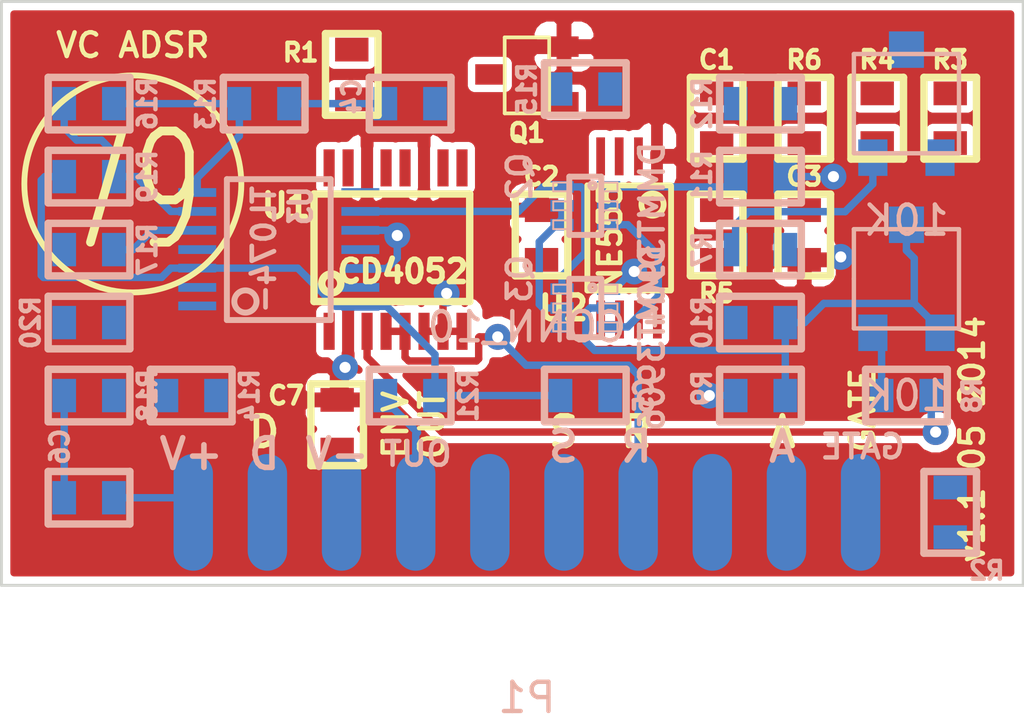
<source format=kicad_pcb>
(kicad_pcb (version 3) (host pcbnew "(2014-05-28 BZR 4896)-product")

  (general
    (links 93)
    (no_connects 49)
    (area 97.949999 74.449999 133.050001 99.379)
    (thickness 1.6)
    (drawings 23)
    (tracks 145)
    (zones 0)
    (modules 37)
    (nets 32)
  )

  (page A3)
  (layers
    (15 F.Cu signal)
    (0 B.Cu signal)
    (16 B.Adhes user)
    (17 F.Adhes user)
    (18 B.Paste user)
    (19 F.Paste user)
    (20 B.SilkS user)
    (21 F.SilkS user hide)
    (22 B.Mask user)
    (23 F.Mask user)
    (24 Dwgs.User user)
    (25 Cmts.User user)
    (26 Eco1.User user)
    (27 Eco2.User user)
    (28 Edge.Cuts user)
  )

  (setup
    (last_trace_width 0.254)
    (trace_clearance 0.254)
    (zone_clearance 0.254)
    (zone_45_only no)
    (trace_min 0.254)
    (segment_width 0.2)
    (edge_width 0.1)
    (via_size 0.889)
    (via_drill 0.381)
    (via_min_size 0.889)
    (via_min_drill 0.381)
    (uvia_size 0.508)
    (uvia_drill 0.127)
    (uvias_allowed no)
    (uvia_min_size 0.508)
    (uvia_min_drill 0.127)
    (pcb_text_width 0.3)
    (pcb_text_size 1.5 1.5)
    (mod_edge_width 0.15)
    (mod_text_size 1 1)
    (mod_text_width 0.15)
    (pad_size 1.5 1.5)
    (pad_drill 0.6)
    (pad_to_mask_clearance 0)
    (aux_axis_origin 0 0)
    (visible_elements 7FFEF77F)
    (pcbplotparams
      (layerselection 284196865)
      (usegerberextensions true)
      (excludeedgelayer true)
      (linewidth 0.150000)
      (plotframeref false)
      (viasonmask false)
      (mode 1)
      (useauxorigin false)
      (hpglpennumber 1)
      (hpglpenspeed 20)
      (hpglpendiameter 15)
      (hpglpenoverlay 2)
      (psnegative false)
      (psa4output false)
      (plotreference true)
      (plotvalue false)
      (plotinvisibletext false)
      (padsonsilk false)
      (subtractmaskfromsilk true)
      (outputformat 1)
      (mirror false)
      (drillshape 0)
      (scaleselection 1)
      (outputdirectory Gerbers/))
  )

  (net 0 "")
  (net 1 +12V)
  (net 2 -12V)
  (net 3 ATTACK)
  (net 4 DECAY)
  (net 5 "ENV OUT")
  (net 6 GATE)
  (net 7 GND)
  (net 8 N-0000013)
  (net 9 N-0000014)
  (net 10 N-0000015)
  (net 11 N-0000016)
  (net 12 N-0000017)
  (net 13 N-0000020)
  (net 14 N-0000021)
  (net 15 N-0000022)
  (net 16 N-0000023)
  (net 17 N-0000025)
  (net 18 N-0000026)
  (net 19 N-0000027)
  (net 20 N-0000028)
  (net 21 N-0000029)
  (net 22 N-000003)
  (net 23 N-0000030)
  (net 24 N-000004)
  (net 25 N-000005)
  (net 26 N-000006)
  (net 27 N-000007)
  (net 28 N-000008)
  (net 29 N-000009)
  (net 30 RELEASE)
  (net 31 SUSTAIN)

  (net_class Default "This is the default net class."
    (clearance 0.254)
    (trace_width 0.254)
    (via_dia 0.889)
    (via_drill 0.381)
    (uvia_dia 0.508)
    (uvia_drill 0.127)
    (add_net GND)
    (add_net N-0000013)
    (add_net N-0000014)
    (add_net N-0000015)
    (add_net N-0000016)
    (add_net N-0000017)
    (add_net N-0000020)
    (add_net N-0000021)
    (add_net N-0000022)
    (add_net N-0000023)
    (add_net N-0000025)
    (add_net N-0000026)
    (add_net N-0000027)
    (add_net N-0000028)
    (add_net N-0000029)
    (add_net N-000003)
    (add_net N-0000030)
    (add_net N-000004)
    (add_net N-000005)
    (add_net N-000006)
    (add_net N-000007)
    (add_net N-000008)
    (add_net N-000009)
  )

  (net_class POWER ""
    (clearance 0.254)
    (trace_width 0.3556)
    (via_dia 1.143)
    (via_drill 0.6096)
    (uvia_dia 0.508)
    (uvia_drill 0.127)
    (add_net +12V)
    (add_net -12V)
  )

  (net_class SIGNAL ""
    (clearance 0.254)
    (trace_width 0.254)
    (via_dia 0.889)
    (via_drill 0.381)
    (uvia_dia 0.508)
    (uvia_drill 0.127)
    (add_net ATTACK)
    (add_net DECAY)
    (add_net "ENV OUT")
    (add_net GATE)
    (add_net RELEASE)
    (add_net SUSTAIN)
  )

  (module SM0603-JRL (layer B.Cu) (tedit 52F02B90) (tstamp 52EF284B)
    (at 118 88)
    (path /52E9E3E2)
    (attr smd)
    (fp_text reference C5 (at 2 0 90) (layer B.SilkS)
      (effects (font (size 0.6096 0.6096) (thickness 0.1524)) (justify mirror))
    )
    (fp_text value 100n** (at 0 0) (layer B.SilkS) hide
      (effects (font (size 0.508 0.4572) (thickness 0.1143)) (justify mirror))
    )
    (fp_line (start -1.4 -0.9) (end 1.4 -0.9) (layer B.SilkS) (width 0.254))
    (fp_line (start 1.4 -0.9) (end 1.4 0.9) (layer B.SilkS) (width 0.254))
    (fp_line (start 1.4 0.9) (end -1.4 0.9) (layer B.SilkS) (width 0.254))
    (fp_line (start -1.4 0.9) (end -1.4 -0.9) (layer B.SilkS) (width 0.254))
    (pad 1 smd rect (at -0.8509 0) (size 0.8128 1.143) (layers B.Cu B.Paste B.Mask)
      (net 24 N-000004))
    (pad 2 smd rect (at 0.8509 0) (size 0.8128 1.143) (layers B.Cu B.Paste B.Mask)
      (net 25 N-000005))
    (model smd\resistors\R0603.wrl
      (at (xyz 0 0 0.001))
      (scale (xyz 0.5 0.5 0.5))
      (rotate (xyz 0 0 0))
    )
  )

  (module TSSOP8-JRL (layer F.Cu) (tedit 52F02B18) (tstamp 52EC3E46)
    (at 119.5 82.5 180)
    (path /52EA6826)
    (attr smd)
    (fp_text reference U2 (at 2.25 -2.5 180) (layer F.SilkS)
      (effects (font (size 0.8128 0.8128) (thickness 0.1905)))
    )
    (fp_text value NE555 (at 0.65 -0.1 270) (layer F.SilkS)
      (effects (font (size 0.762 0.762) (thickness 0.16002)))
    )
    (fp_line (start -1.43 -1.9) (end 1.43 -1.9) (layer F.SilkS) (width 0.2))
    (fp_line (start 1.43 -1.9) (end 1.43 1.7) (layer F.SilkS) (width 0.2))
    (fp_line (start 1.43 1.7) (end -1.43 1.7) (layer F.SilkS) (width 0.2))
    (fp_line (start -1.438 1.678) (end -1.438 -1.878) (layer F.SilkS) (width 0.2))
    (fp_circle (center -0.803 1.043) (end -1.184 1.043) (layer F.SilkS) (width 0.2))
    (pad 1 smd rect (at -0.9554 2.694 180) (size 0.29972 1.30048) (layers F.Cu F.Paste F.Mask)
      (net 7 GND))
    (pad 2 smd rect (at -0.3204 2.694 180) (size 0.29972 1.30048) (layers F.Cu F.Paste F.Mask)
      (net 27 N-000007))
    (pad 3 smd rect (at 0.34 2.694 180) (size 0.29972 1.30048) (layers F.Cu F.Paste F.Mask)
      (net 17 N-0000025))
    (pad 4 smd rect (at 0.975 2.694 180) (size 0.29972 1.30048) (layers F.Cu F.Paste F.Mask)
      (net 1 +12V))
    (pad 5 smd rect (at 0.975 -2.894 180) (size 0.29972 1.30048) (layers F.Cu F.Paste F.Mask)
      (net 26 N-000006))
    (pad 6 smd rect (at 0.3273 -2.894 180) (size 0.29972 1.30048) (layers F.Cu F.Paste F.Mask)
      (net 19 N-0000027))
    (pad 7 smd rect (at -0.3204 -2.894 180) (size 0.29972 1.30048) (layers F.Cu F.Paste F.Mask))
    (pad 8 smd rect (at -0.9681 -2.894 180) (size 0.29972 1.30048) (layers F.Cu F.Paste F.Mask)
      (net 1 +12V))
    (model smd\smd_dil\tssop-14.wrl
      (at (xyz 0 0 0))
      (scale (xyz 1 1 1))
      (rotate (xyz 0 0 0))
    )
  )

  (module TSSOP16 (layer F.Cu) (tedit 52F02AEC) (tstamp 52EC3E5F)
    (at 111.5 83)
    (path /52E9DAA2)
    (attr smd)
    (fp_text reference U1 (at -3.75 -1.5) (layer F.SilkS)
      (effects (font (size 0.8128 0.8128) (thickness 0.1905)))
    )
    (fp_text value CD4052 (at 0.24892 0.7493) (layer F.SilkS)
      (effects (font (size 0.762 0.762) (thickness 0.1905)))
    )
    (fp_line (start -2.794 -1.905) (end 2.54 -1.905) (layer F.SilkS) (width 0.254))
    (fp_line (start 2.54 -1.905) (end 2.54 1.778) (layer F.SilkS) (width 0.254))
    (fp_line (start 2.54 1.778) (end -2.794 1.778) (layer F.SilkS) (width 0.254))
    (fp_line (start -2.794 1.778) (end -2.794 -1.905) (layer F.SilkS) (width 0.254))
    (fp_circle (center -2.20218 1.15824) (end -2.40538 1.41224) (layer F.SilkS) (width 0.254))
    (pad 1 smd rect (at -2.27584 2.79908) (size 0.381 1.27) (layers F.Cu F.Paste F.Mask)
      (net 4 DECAY))
    (pad 2 smd rect (at -1.6256 2.79908) (size 0.381 1.27) (layers F.Cu F.Paste F.Mask)
      (net 7 GND))
    (pad 3 smd rect (at -0.97536 2.79908) (size 0.381 1.27) (layers F.Cu F.Paste F.Mask)
      (net 23 N-0000030))
    (pad 4 smd rect (at -0.32512 2.79908) (size 0.381 1.27) (layers F.Cu F.Paste F.Mask)
      (net 30 RELEASE))
    (pad 5 smd rect (at 0.32512 2.79908) (size 0.381 1.27) (layers F.Cu F.Paste F.Mask)
      (net 30 RELEASE))
    (pad 6 smd rect (at 0.97536 2.79908) (size 0.381 1.27) (layers F.Cu F.Paste F.Mask)
      (net 7 GND))
    (pad 7 smd rect (at 1.6256 2.79908) (size 0.381 1.27) (layers F.Cu F.Paste F.Mask)
      (net 7 GND))
    (pad 8 smd rect (at 2.27584 2.79908) (size 0.381 1.27) (layers F.Cu F.Paste F.Mask)
      (net 7 GND))
    (pad 9 smd rect (at 2.27584 -2.79908) (size 0.381 1.27) (layers F.Cu F.Paste F.Mask)
      (net 17 N-0000025))
    (pad 10 smd rect (at 1.6256 -2.79908) (size 0.381 1.27) (layers F.Cu F.Paste F.Mask)
      (net 20 N-0000028))
    (pad 11 smd rect (at 0.97536 -2.79908) (size 0.381 1.27) (layers F.Cu F.Paste F.Mask)
      (net 7 GND))
    (pad 12 smd rect (at 0.32512 -2.79908) (size 0.381 1.27) (layers F.Cu F.Paste F.Mask)
      (net 31 SUSTAIN))
    (pad 13 smd rect (at -0.32512 -2.79908) (size 0.381 1.27) (layers F.Cu F.Paste F.Mask)
      (net 10 N-0000015))
    (pad 14 smd rect (at -0.97536 -2.79908) (size 0.381 1.27) (layers F.Cu F.Paste F.Mask)
      (net 7 GND))
    (pad 15 smd rect (at -1.6256 -2.79908) (size 0.381 1.27) (layers F.Cu F.Paste F.Mask)
      (net 28 N-000008))
    (pad 16 smd rect (at -2.27584 -2.79908) (size 0.381 1.27) (layers F.Cu F.Paste F.Mask)
      (net 1 +12V))
    (model smd\smd_dil\tssop-16.wrl
      (at (xyz 0 0 0))
      (scale (xyz 1 1 1))
      (rotate (xyz 0 0 0))
    )
  )

  (module TSSOP14 (layer B.Cu) (tedit 52F02B6A) (tstamp 52EC3E76)
    (at 107.5 83 90)
    (path /52E9CC88)
    (attr smd)
    (fp_text reference U3 (at 1.5 0.75 270) (layer B.SilkS)
      (effects (font (size 0.762 0.635) (thickness 0.16002)) (justify mirror))
    )
    (fp_text value TL074- (at 0 -0.508 90) (layer B.SilkS)
      (effects (font (size 0.762 0.762) (thickness 0.16002)) (justify mirror))
    )
    (fp_line (start -2.413 1.778) (end 2.413 1.778) (layer B.SilkS) (width 0.2032))
    (fp_line (start 2.413 1.778) (end 2.413 -1.778) (layer B.SilkS) (width 0.2032))
    (fp_line (start 2.413 -1.778) (end -2.413 -1.778) (layer B.SilkS) (width 0.2032))
    (fp_line (start -2.413 -1.778) (end -2.413 1.778) (layer B.SilkS) (width 0.2032))
    (fp_circle (center -1.778 -1.143) (end -2.159 -1.143) (layer B.SilkS) (width 0.2032))
    (pad 1 smd rect (at -1.9304 -2.794 90) (size 0.29972 1.30048) (layers B.Cu B.Paste B.Mask)
      (net 19 N-0000027))
    (pad 2 smd rect (at -1.2954 -2.794 90) (size 0.29972 1.30048) (layers B.Cu B.Paste B.Mask)
      (net 18 N-0000026))
    (pad 3 smd rect (at -0.635 -2.794 90) (size 0.29972 1.30048) (layers B.Cu B.Paste B.Mask)
      (net 24 N-000004))
    (pad 4 smd rect (at 0 -2.794 90) (size 0.29972 1.30048) (layers B.Cu B.Paste B.Mask)
      (net 1 +12V))
    (pad 5 smd rect (at 0.6604 -2.794 90) (size 0.29972 1.30048) (layers B.Cu B.Paste B.Mask)
      (net 11 N-0000016))
    (pad 6 smd rect (at 1.3081 -2.794 90) (size 0.29972 1.30048) (layers B.Cu B.Paste B.Mask)
      (net 12 N-0000017))
    (pad 7 smd rect (at 1.9558 -2.794 90) (size 0.29972 1.30048) (layers B.Cu B.Paste B.Mask)
      (net 9 N-0000014))
    (pad 8 smd rect (at 1.9558 2.794 90) (size 0.29972 1.30048) (layers B.Cu B.Paste B.Mask)
      (net 8 N-0000013))
    (pad 9 smd rect (at 1.3081 2.794 90) (size 0.29972 1.30048) (layers B.Cu B.Paste B.Mask)
      (net 13 N-0000020))
    (pad 10 smd rect (at 0.6604 2.794 90) (size 0.29972 1.30048) (layers B.Cu B.Paste B.Mask)
      (net 7 GND))
    (pad 11 smd rect (at 0 2.794 90) (size 0.29972 1.30048) (layers B.Cu B.Paste B.Mask)
      (net 2 -12V))
    (pad 12 smd rect (at -0.6477 2.794 90) (size 0.29972 1.30048) (layers B.Cu B.Paste B.Mask)
      (net 7 GND))
    (pad 13 smd rect (at -1.2954 2.794 90) (size 0.29972 1.30048) (layers B.Cu B.Paste B.Mask)
      (net 25 N-000005))
    (pad 14 smd rect (at -1.9431 2.794 90) (size 0.29972 1.30048) (layers B.Cu B.Paste B.Mask)
      (net 24 N-000004))
    (model smd\smd_dil\tssop-14.wrl
      (at (xyz 0 0 0))
      (scale (xyz 1 1 1))
      (rotate (xyz 0 0 0))
    )
  )

  (module SOT363-JRL (layer B.Cu) (tedit 52F02B7C) (tstamp 52EFBA56)
    (at 118 85 270)
    (descr "SMALL OUTLINE TRANSISTOR; 6 LEADS")
    (tags "SMALL OUTLINE TRANSISTOR; 6 LEADS")
    (path /52EA83F8)
    (attr smd)
    (fp_text reference Q3 (at -1 2.25 270) (layer B.SilkS)
      (effects (font (size 0.8128 0.8128) (thickness 0.1524)) (justify mirror))
    )
    (fp_text value DMMT3906 (at 1.016 -2.286 270) (layer B.SilkS)
      (effects (font (size 0.8128 0.8128) (thickness 0.1524)) (justify mirror))
    )
    (fp_line (start -0.79756 -1.09982) (end -0.49784 -1.09982) (layer B.SilkS) (width 0.06604))
    (fp_line (start -0.49784 -1.09982) (end -0.49784 -0.59944) (layer B.SilkS) (width 0.06604))
    (fp_line (start -0.79756 -0.59944) (end -0.49784 -0.59944) (layer B.SilkS) (width 0.06604))
    (fp_line (start -0.79756 -1.09982) (end -0.79756 -0.59944) (layer B.SilkS) (width 0.06604))
    (fp_line (start -0.14986 -1.09982) (end 0.14986 -1.09982) (layer B.SilkS) (width 0.06604))
    (fp_line (start 0.14986 -1.09982) (end 0.14986 -0.59944) (layer B.SilkS) (width 0.06604))
    (fp_line (start -0.14986 -0.59944) (end 0.14986 -0.59944) (layer B.SilkS) (width 0.06604))
    (fp_line (start -0.14986 -1.09982) (end -0.14986 -0.59944) (layer B.SilkS) (width 0.06604))
    (fp_line (start 0.49784 -1.09982) (end 0.79756 -1.09982) (layer B.SilkS) (width 0.06604))
    (fp_line (start 0.79756 -1.09982) (end 0.79756 -0.59944) (layer B.SilkS) (width 0.06604))
    (fp_line (start 0.49784 -0.59944) (end 0.79756 -0.59944) (layer B.SilkS) (width 0.06604))
    (fp_line (start 0.49784 -1.09982) (end 0.49784 -0.59944) (layer B.SilkS) (width 0.06604))
    (fp_line (start 0.49784 0.59944) (end 0.79756 0.59944) (layer B.SilkS) (width 0.06604))
    (fp_line (start 0.79756 0.59944) (end 0.79756 1.09982) (layer B.SilkS) (width 0.06604))
    (fp_line (start 0.49784 1.09982) (end 0.79756 1.09982) (layer B.SilkS) (width 0.06604))
    (fp_line (start 0.49784 0.59944) (end 0.49784 1.09982) (layer B.SilkS) (width 0.06604))
    (fp_line (start -0.14986 0.59944) (end 0.14986 0.59944) (layer B.SilkS) (width 0.06604))
    (fp_line (start 0.14986 0.59944) (end 0.14986 1.09982) (layer B.SilkS) (width 0.06604))
    (fp_line (start -0.14986 1.09982) (end 0.14986 1.09982) (layer B.SilkS) (width 0.06604))
    (fp_line (start -0.14986 0.59944) (end -0.14986 1.09982) (layer B.SilkS) (width 0.06604))
    (fp_line (start -0.79756 0.59944) (end -0.49784 0.59944) (layer B.SilkS) (width 0.06604))
    (fp_line (start -0.49784 0.59944) (end -0.49784 1.09982) (layer B.SilkS) (width 0.06604))
    (fp_line (start -0.79756 1.09982) (end -0.49784 1.09982) (layer B.SilkS) (width 0.06604))
    (fp_line (start -0.79756 0.59944) (end -0.79756 1.09982) (layer B.SilkS) (width 0.06604))
    (fp_line (start -0.99822 0.54864) (end 0.99822 0.54864) (layer B.SilkS) (width 0.2032))
    (fp_line (start 0.99822 0.54864) (end 0.99822 -0.54864) (layer B.SilkS) (width 0.2032))
    (fp_line (start 0.99822 -0.54864) (end -0.99822 -0.54864) (layer B.SilkS) (width 0.2032))
    (fp_line (start -0.99822 -0.54864) (end -0.99822 0.54864) (layer B.SilkS) (width 0.2032))
    (fp_circle (center -0.6985 -0.24892) (end -0.77216 -0.32258) (layer B.SilkS) (width 0.1524))
    (pad 1 smd rect (at -0.6477 -0.79756 270) (size 0.39878 0.79756) (layers B.Cu B.Paste B.Mask)
      (net 7 GND))
    (pad 2 smd rect (at 0 -0.79756 270) (size 0.39878 0.79756) (layers B.Cu B.Paste B.Mask)
      (net 14 N-0000021))
    (pad 3 smd rect (at 0.6477 -0.79756 270) (size 0.39878 0.79756) (layers B.Cu B.Paste B.Mask)
      (net 25 N-000005))
    (pad 4 smd rect (at 0.6477 0.79756 270) (size 0.39878 0.79756) (layers B.Cu B.Paste B.Mask)
      (net 21 N-0000029))
    (pad 5 smd rect (at 0 0.79756 270) (size 0.39878 0.79756) (layers B.Cu B.Paste B.Mask)
      (net 21 N-0000029))
    (pad 6 smd rect (at -0.6477 0.79756 270) (size 0.39878 0.79756) (layers B.Cu B.Paste B.Mask)
      (net 13 N-0000020))
  )

  (module SOT363-JRL (layer B.Cu) (tedit 52F02B77) (tstamp 52EFBA7E)
    (at 118 81.5 270)
    (descr "SMALL OUTLINE TRANSISTOR; 6 LEADS")
    (tags "SMALL OUTLINE TRANSISTOR; 6 LEADS")
    (path /52EA83E9)
    (attr smd)
    (fp_text reference Q2 (at -1 2.25 450) (layer B.SilkS)
      (effects (font (size 0.8128 0.8128) (thickness 0.1524)) (justify mirror))
    )
    (fp_text value DMMT3904 (at 1.016 -2.286 270) (layer B.SilkS)
      (effects (font (size 0.8128 0.8128) (thickness 0.1524)) (justify mirror))
    )
    (fp_line (start -0.79756 -1.09982) (end -0.49784 -1.09982) (layer B.SilkS) (width 0.06604))
    (fp_line (start -0.49784 -1.09982) (end -0.49784 -0.59944) (layer B.SilkS) (width 0.06604))
    (fp_line (start -0.79756 -0.59944) (end -0.49784 -0.59944) (layer B.SilkS) (width 0.06604))
    (fp_line (start -0.79756 -1.09982) (end -0.79756 -0.59944) (layer B.SilkS) (width 0.06604))
    (fp_line (start -0.14986 -1.09982) (end 0.14986 -1.09982) (layer B.SilkS) (width 0.06604))
    (fp_line (start 0.14986 -1.09982) (end 0.14986 -0.59944) (layer B.SilkS) (width 0.06604))
    (fp_line (start -0.14986 -0.59944) (end 0.14986 -0.59944) (layer B.SilkS) (width 0.06604))
    (fp_line (start -0.14986 -1.09982) (end -0.14986 -0.59944) (layer B.SilkS) (width 0.06604))
    (fp_line (start 0.49784 -1.09982) (end 0.79756 -1.09982) (layer B.SilkS) (width 0.06604))
    (fp_line (start 0.79756 -1.09982) (end 0.79756 -0.59944) (layer B.SilkS) (width 0.06604))
    (fp_line (start 0.49784 -0.59944) (end 0.79756 -0.59944) (layer B.SilkS) (width 0.06604))
    (fp_line (start 0.49784 -1.09982) (end 0.49784 -0.59944) (layer B.SilkS) (width 0.06604))
    (fp_line (start 0.49784 0.59944) (end 0.79756 0.59944) (layer B.SilkS) (width 0.06604))
    (fp_line (start 0.79756 0.59944) (end 0.79756 1.09982) (layer B.SilkS) (width 0.06604))
    (fp_line (start 0.49784 1.09982) (end 0.79756 1.09982) (layer B.SilkS) (width 0.06604))
    (fp_line (start 0.49784 0.59944) (end 0.49784 1.09982) (layer B.SilkS) (width 0.06604))
    (fp_line (start -0.14986 0.59944) (end 0.14986 0.59944) (layer B.SilkS) (width 0.06604))
    (fp_line (start 0.14986 0.59944) (end 0.14986 1.09982) (layer B.SilkS) (width 0.06604))
    (fp_line (start -0.14986 1.09982) (end 0.14986 1.09982) (layer B.SilkS) (width 0.06604))
    (fp_line (start -0.14986 0.59944) (end -0.14986 1.09982) (layer B.SilkS) (width 0.06604))
    (fp_line (start -0.79756 0.59944) (end -0.49784 0.59944) (layer B.SilkS) (width 0.06604))
    (fp_line (start -0.49784 0.59944) (end -0.49784 1.09982) (layer B.SilkS) (width 0.06604))
    (fp_line (start -0.79756 1.09982) (end -0.49784 1.09982) (layer B.SilkS) (width 0.06604))
    (fp_line (start -0.79756 0.59944) (end -0.79756 1.09982) (layer B.SilkS) (width 0.06604))
    (fp_line (start -0.99822 0.54864) (end 0.99822 0.54864) (layer B.SilkS) (width 0.2032))
    (fp_line (start 0.99822 0.54864) (end 0.99822 -0.54864) (layer B.SilkS) (width 0.2032))
    (fp_line (start 0.99822 -0.54864) (end -0.99822 -0.54864) (layer B.SilkS) (width 0.2032))
    (fp_line (start -0.99822 -0.54864) (end -0.99822 0.54864) (layer B.SilkS) (width 0.2032))
    (fp_circle (center -0.6985 -0.24892) (end -0.77216 -0.32258) (layer B.SilkS) (width 0.1524))
    (pad 1 smd rect (at -0.6477 -0.79756 270) (size 0.39878 0.79756) (layers B.Cu B.Paste B.Mask)
      (net 16 N-0000023))
    (pad 2 smd rect (at 0 -0.79756 270) (size 0.39878 0.79756) (layers B.Cu B.Paste B.Mask)
      (net 7 GND))
    (pad 3 smd rect (at 0.6477 -0.79756 270) (size 0.39878 0.79756) (layers B.Cu B.Paste B.Mask)
      (net 25 N-000005))
    (pad 4 smd rect (at 0.6477 0.79756 270) (size 0.39878 0.79756) (layers B.Cu B.Paste B.Mask)
      (net 21 N-0000029))
    (pad 5 smd rect (at 0 0.79756 270) (size 0.39878 0.79756) (layers B.Cu B.Paste B.Mask)
      (net 21 N-0000029))
    (pad 6 smd rect (at -0.6477 0.79756 270) (size 0.39878 0.79756) (layers B.Cu B.Paste B.Mask)
      (net 13 N-0000020))
  )

  (module SOT23-JRL (layer F.Cu) (tedit 52F02A8D) (tstamp 52EF2878)
    (at 116 77 90)
    (tags SOT23)
    (path /52EA6833)
    (fp_text reference Q1 (at -2 0 180) (layer F.SilkS)
      (effects (font (size 0.6096 0.6096) (thickness 0.1524)))
    )
    (fp_text value 2N3904 (at 0.0635 0 90) (layer F.SilkS) hide
      (effects (font (size 0.8128 0.8128) (thickness 0.1524)))
    )
    (fp_line (start 1.27 0.762) (end -1.3335 0.762) (layer F.SilkS) (width 0.127))
    (fp_line (start -1.3335 0.762) (end -1.3335 -0.762) (layer F.SilkS) (width 0.127))
    (fp_line (start -1.3335 -0.762) (end 1.27 -0.762) (layer F.SilkS) (width 0.127))
    (fp_line (start 1.27 -0.762) (end 1.27 0.762) (layer F.SilkS) (width 0.127))
    (pad 3 smd rect (at 0 -1.27 90) (size 0.70104 1.00076) (layers F.Cu F.Paste F.Mask)
      (net 20 N-0000028))
    (pad 1 smd rect (at 0.9525 1.27 90) (size 0.70104 1.00076) (layers F.Cu F.Paste F.Mask)
      (net 7 GND))
    (pad 2 smd rect (at -0.9525 1.27 90) (size 0.70104 1.00076) (layers F.Cu F.Paste F.Mask)
      (net 22 N-000003))
    (model smd/SOT23_6.wrl
      (at (xyz 0 0 0))
      (scale (xyz 0.11 0.11 0.11))
      (rotate (xyz 0 0 -180))
    )
  )

  (module SM0603-JRL (layer B.Cu) (tedit 52F02B8C) (tstamp 537F6F39)
    (at 124 88)
    (path /52EA8356)
    (attr smd)
    (fp_text reference R9 (at -2 -0.25 90) (layer B.SilkS)
      (effects (font (size 0.6096 0.6096) (thickness 0.1524)) (justify mirror))
    )
    (fp_text value 2.2K (at 0 0) (layer B.SilkS) hide
      (effects (font (size 0.508 0.4572) (thickness 0.1143)) (justify mirror))
    )
    (fp_line (start -1.4 -0.9) (end 1.4 -0.9) (layer B.SilkS) (width 0.254))
    (fp_line (start 1.4 -0.9) (end 1.4 0.9) (layer B.SilkS) (width 0.254))
    (fp_line (start 1.4 0.9) (end -1.4 0.9) (layer B.SilkS) (width 0.254))
    (fp_line (start -1.4 0.9) (end -1.4 -0.9) (layer B.SilkS) (width 0.254))
    (pad 1 smd rect (at -0.8509 0) (size 0.8128 1.143) (layers B.Cu B.Paste B.Mask)
      (net 7 GND))
    (pad 2 smd rect (at 0.8509 0) (size 0.8128 1.143) (layers B.Cu B.Paste B.Mask)
      (net 14 N-0000021))
    (model smd\resistors\R0603.wrl
      (at (xyz 0 0 0.001))
      (scale (xyz 0.5 0.5 0.5))
      (rotate (xyz 0 0 0))
    )
  )

  (module SM0603-JRL (layer F.Cu) (tedit 52F02A9D) (tstamp 52EF286C)
    (at 128 78.5 270)
    (path /52EA68F7)
    (attr smd)
    (fp_text reference R4 (at -2 0 360) (layer F.SilkS)
      (effects (font (size 0.6096 0.6096) (thickness 0.1524)))
    )
    (fp_text value 330K (at 0 0 270) (layer F.SilkS) hide
      (effects (font (size 0.508 0.4572) (thickness 0.1143)))
    )
    (fp_line (start -1.4 0.9) (end 1.4 0.9) (layer F.SilkS) (width 0.254))
    (fp_line (start 1.4 0.9) (end 1.4 -0.9) (layer F.SilkS) (width 0.254))
    (fp_line (start 1.4 -0.9) (end -1.4 -0.9) (layer F.SilkS) (width 0.254))
    (fp_line (start -1.4 -0.9) (end -1.4 0.9) (layer F.SilkS) (width 0.254))
    (pad 1 smd rect (at -0.8509 0 270) (size 0.8128 1.143) (layers F.Cu F.Paste F.Mask)
      (net 22 N-000003))
    (pad 2 smd rect (at 0.8509 0 270) (size 0.8128 1.143) (layers F.Cu F.Paste F.Mask)
      (net 2 -12V))
    (model smd\resistors\R0603.wrl
      (at (xyz 0 0 0.001))
      (scale (xyz 0.5 0.5 0.5))
      (rotate (xyz 0 0 0))
    )
  )

  (module SM0603-JRL (layer F.Cu) (tedit 52F02A96) (tstamp 52EC3EED)
    (at 122.5 78.5 90)
    (path /52EA6BA1)
    (attr smd)
    (fp_text reference C1 (at 2 0 180) (layer F.SilkS)
      (effects (font (size 0.6096 0.6096) (thickness 0.1524)))
    )
    (fp_text value 100n (at 0 0 90) (layer F.SilkS) hide
      (effects (font (size 0.508 0.4572) (thickness 0.1143)))
    )
    (fp_line (start -1.4 0.9) (end 1.4 0.9) (layer F.SilkS) (width 0.254))
    (fp_line (start 1.4 0.9) (end 1.4 -0.9) (layer F.SilkS) (width 0.254))
    (fp_line (start 1.4 -0.9) (end -1.4 -0.9) (layer F.SilkS) (width 0.254))
    (fp_line (start -1.4 -0.9) (end -1.4 0.9) (layer F.SilkS) (width 0.254))
    (pad 1 smd rect (at -0.8509 0 90) (size 0.8128 1.143) (layers F.Cu F.Paste F.Mask)
      (net 20 N-0000028))
    (pad 2 smd rect (at 0.8509 0 90) (size 0.8128 1.143) (layers F.Cu F.Paste F.Mask)
      (net 27 N-000007))
    (model smd\resistors\R0603.wrl
      (at (xyz 0 0 0.001))
      (scale (xyz 0.5 0.5 0.5))
      (rotate (xyz 0 0 0))
    )
  )

  (module SM0603-JRL (layer F.Cu) (tedit 52F02A99) (tstamp 52EC3EF7)
    (at 125.5 78.5 90)
    (path /52EA6BBB)
    (attr smd)
    (fp_text reference R6 (at 2 0 180) (layer F.SilkS)
      (effects (font (size 0.6096 0.6096) (thickness 0.1524)))
    )
    (fp_text value 10K (at 0 0 90) (layer F.SilkS) hide
      (effects (font (size 0.508 0.4572) (thickness 0.1143)))
    )
    (fp_line (start -1.4 0.9) (end 1.4 0.9) (layer F.SilkS) (width 0.254))
    (fp_line (start 1.4 0.9) (end 1.4 -0.9) (layer F.SilkS) (width 0.254))
    (fp_line (start 1.4 -0.9) (end -1.4 -0.9) (layer F.SilkS) (width 0.254))
    (fp_line (start -1.4 -0.9) (end -1.4 0.9) (layer F.SilkS) (width 0.254))
    (pad 1 smd rect (at -0.8509 0 90) (size 0.8128 1.143) (layers F.Cu F.Paste F.Mask)
      (net 1 +12V))
    (pad 2 smd rect (at 0.8509 0 90) (size 0.8128 1.143) (layers F.Cu F.Paste F.Mask)
      (net 27 N-000007))
    (model smd\resistors\R0603.wrl
      (at (xyz 0 0 0.001))
      (scale (xyz 0.5 0.5 0.5))
      (rotate (xyz 0 0 0))
    )
  )

  (module SM0603-JRL (layer F.Cu) (tedit 52F02AB3) (tstamp 52EC3F01)
    (at 116.5 82.5 90)
    (path /52EA7373)
    (attr smd)
    (fp_text reference C2 (at 2 0 180) (layer F.SilkS)
      (effects (font (size 0.6096 0.6096) (thickness 0.1524)))
    )
    (fp_text value 0.01μ (at 0 0 90) (layer F.SilkS) hide
      (effects (font (size 0.508 0.4572) (thickness 0.1143)))
    )
    (fp_line (start -1.4 0.9) (end 1.4 0.9) (layer F.SilkS) (width 0.254))
    (fp_line (start 1.4 0.9) (end 1.4 -0.9) (layer F.SilkS) (width 0.254))
    (fp_line (start 1.4 -0.9) (end -1.4 -0.9) (layer F.SilkS) (width 0.254))
    (fp_line (start -1.4 -0.9) (end -1.4 0.9) (layer F.SilkS) (width 0.254))
    (pad 1 smd rect (at -0.8509 0 90) (size 0.8128 1.143) (layers F.Cu F.Paste F.Mask)
      (net 26 N-000006))
    (pad 2 smd rect (at 0.8509 0 90) (size 0.8128 1.143) (layers F.Cu F.Paste F.Mask)
      (net 7 GND))
    (model smd\resistors\R0603.wrl
      (at (xyz 0 0 0.001))
      (scale (xyz 0.5 0.5 0.5))
      (rotate (xyz 0 0 0))
    )
  )

  (module SM0603-JRL (layer B.Cu) (tedit 52F02B5A) (tstamp 52EC3F0B)
    (at 104.5 88 180)
    (path /52EA7939)
    (attr smd)
    (fp_text reference R14 (at -2 0 270) (layer B.SilkS)
      (effects (font (size 0.6096 0.6096) (thickness 0.1524)) (justify mirror))
    )
    (fp_text value 56K** (at 0 0 180) (layer B.SilkS) hide
      (effects (font (size 0.508 0.4572) (thickness 0.1143)) (justify mirror))
    )
    (fp_line (start -1.4 -0.9) (end 1.4 -0.9) (layer B.SilkS) (width 0.254))
    (fp_line (start 1.4 -0.9) (end 1.4 0.9) (layer B.SilkS) (width 0.254))
    (fp_line (start 1.4 0.9) (end -1.4 0.9) (layer B.SilkS) (width 0.254))
    (fp_line (start -1.4 0.9) (end -1.4 -0.9) (layer B.SilkS) (width 0.254))
    (pad 1 smd rect (at -0.8509 0 180) (size 0.8128 1.143) (layers B.Cu B.Paste B.Mask)
      (net 19 N-0000027))
    (pad 2 smd rect (at 0.8509 0 180) (size 0.8128 1.143) (layers B.Cu B.Paste B.Mask)
      (net 18 N-0000026))
    (model smd\resistors\R0603.wrl
      (at (xyz 0 0 0.001))
      (scale (xyz 0.5 0.5 0.5))
      (rotate (xyz 0 0 0))
    )
  )

  (module SM0603-JRL (layer B.Cu) (tedit 52F02B54) (tstamp 52EC3F15)
    (at 101 88 180)
    (path /52EA793F)
    (attr smd)
    (fp_text reference R18 (at -2 0 270) (layer B.SilkS)
      (effects (font (size 0.6096 0.6096) (thickness 0.1524)) (justify mirror))
    )
    (fp_text value 91K (at 0 0 180) (layer B.SilkS) hide
      (effects (font (size 0.508 0.4572) (thickness 0.1143)) (justify mirror))
    )
    (fp_line (start -1.4 -0.9) (end 1.4 -0.9) (layer B.SilkS) (width 0.254))
    (fp_line (start 1.4 -0.9) (end 1.4 0.9) (layer B.SilkS) (width 0.254))
    (fp_line (start 1.4 0.9) (end -1.4 0.9) (layer B.SilkS) (width 0.254))
    (fp_line (start -1.4 0.9) (end -1.4 -0.9) (layer B.SilkS) (width 0.254))
    (pad 1 smd rect (at -0.8509 0 180) (size 0.8128 1.143) (layers B.Cu B.Paste B.Mask)
      (net 18 N-0000026))
    (pad 2 smd rect (at 0.8509 0 180) (size 0.8128 1.143) (layers B.Cu B.Paste B.Mask)
      (net 7 GND))
    (model smd\resistors\R0603.wrl
      (at (xyz 0 0 0.001))
      (scale (xyz 0.5 0.5 0.5))
      (rotate (xyz 0 0 0))
    )
  )

  (module SM0603-JRL (layer F.Cu) (tedit 52F02ABA) (tstamp 52EC3F1F)
    (at 125.5 82.5 270)
    (path /52EC40BB)
    (attr smd)
    (fp_text reference C3 (at -2 0 360) (layer F.SilkS)
      (effects (font (size 0.6096 0.6096) (thickness 0.1524)))
    )
    (fp_text value 100n (at 0 0 270) (layer F.SilkS) hide
      (effects (font (size 0.508 0.4572) (thickness 0.1143)))
    )
    (fp_line (start -1.4 0.9) (end 1.4 0.9) (layer F.SilkS) (width 0.254))
    (fp_line (start 1.4 0.9) (end 1.4 -0.9) (layer F.SilkS) (width 0.254))
    (fp_line (start 1.4 -0.9) (end -1.4 -0.9) (layer F.SilkS) (width 0.254))
    (fp_line (start -1.4 -0.9) (end -1.4 0.9) (layer F.SilkS) (width 0.254))
    (pad 1 smd rect (at -0.8509 0 270) (size 0.8128 1.143) (layers F.Cu F.Paste F.Mask)
      (net 1 +12V))
    (pad 2 smd rect (at 0.8509 0 270) (size 0.8128 1.143) (layers F.Cu F.Paste F.Mask)
      (net 7 GND))
    (model smd\resistors\R0603.wrl
      (at (xyz 0 0 0.001))
      (scale (xyz 0.5 0.5 0.5))
      (rotate (xyz 0 0 0))
    )
  )

  (module SM0603-JRL (layer B.Cu) (tedit 52F02B81) (tstamp 52EF2814)
    (at 124 85.5)
    (path /52EA835C)
    (attr smd)
    (fp_text reference R10 (at -2 0 90) (layer B.SilkS)
      (effects (font (size 0.6096 0.6096) (thickness 0.1524)) (justify mirror))
    )
    (fp_text value 270K (at 0 0) (layer B.SilkS) hide
      (effects (font (size 0.508 0.4572) (thickness 0.1143)) (justify mirror))
    )
    (fp_line (start -1.4 -0.9) (end 1.4 -0.9) (layer B.SilkS) (width 0.254))
    (fp_line (start 1.4 -0.9) (end 1.4 0.9) (layer B.SilkS) (width 0.254))
    (fp_line (start 1.4 0.9) (end -1.4 0.9) (layer B.SilkS) (width 0.254))
    (fp_line (start -1.4 0.9) (end -1.4 -0.9) (layer B.SilkS) (width 0.254))
    (pad 1 smd rect (at -0.8509 0) (size 0.8128 1.143) (layers B.Cu B.Paste B.Mask)
      (net 2 -12V))
    (pad 2 smd rect (at 0.8509 0) (size 0.8128 1.143) (layers B.Cu B.Paste B.Mask)
      (net 14 N-0000021))
    (model smd\resistors\R0603.wrl
      (at (xyz 0 0 0.001))
      (scale (xyz 0.5 0.5 0.5))
      (rotate (xyz 0 0 0))
    )
  )

  (module SM0603-JRL (layer B.Cu) (tedit 52F02B32) (tstamp 52EC3F33)
    (at 124 83 180)
    (path /52EA8929)
    (attr smd)
    (fp_text reference R7 (at 2 0 270) (layer B.SilkS)
      (effects (font (size 0.6096 0.6096) (thickness 0.1524)) (justify mirror))
    )
    (fp_text value 39K* (at 0 0 180) (layer B.SilkS) hide
      (effects (font (size 0.508 0.4572) (thickness 0.1143)) (justify mirror))
    )
    (fp_line (start -1.4 -0.9) (end 1.4 -0.9) (layer B.SilkS) (width 0.254))
    (fp_line (start 1.4 -0.9) (end 1.4 0.9) (layer B.SilkS) (width 0.254))
    (fp_line (start 1.4 0.9) (end -1.4 0.9) (layer B.SilkS) (width 0.254))
    (fp_line (start -1.4 0.9) (end -1.4 -0.9) (layer B.SilkS) (width 0.254))
    (pad 1 smd rect (at -0.8509 0 180) (size 0.8128 1.143) (layers B.Cu B.Paste B.Mask)
      (net 3 ATTACK))
    (pad 2 smd rect (at 0.8509 0 180) (size 0.8128 1.143) (layers B.Cu B.Paste B.Mask)
      (net 29 N-000009))
    (model smd\resistors\R0603.wrl
      (at (xyz 0 0 0.001))
      (scale (xyz 0.5 0.5 0.5))
      (rotate (xyz 0 0 0))
    )
  )

  (module SM0603-JRL (layer B.Cu) (tedit 52F02B2F) (tstamp 52EF282A)
    (at 124 80.5 180)
    (path /52EA893B)
    (attr smd)
    (fp_text reference R11 (at 2 0 270) (layer B.SilkS)
      (effects (font (size 0.6096 0.6096) (thickness 0.1524)) (justify mirror))
    )
    (fp_text value 2.2K (at 0 0 180) (layer B.SilkS) hide
      (effects (font (size 0.508 0.4572) (thickness 0.1143)) (justify mirror))
    )
    (fp_line (start -1.4 -0.9) (end 1.4 -0.9) (layer B.SilkS) (width 0.254))
    (fp_line (start 1.4 -0.9) (end 1.4 0.9) (layer B.SilkS) (width 0.254))
    (fp_line (start 1.4 0.9) (end -1.4 0.9) (layer B.SilkS) (width 0.254))
    (fp_line (start -1.4 0.9) (end -1.4 -0.9) (layer B.SilkS) (width 0.254))
    (pad 1 smd rect (at -0.8509 0 180) (size 0.8128 1.143) (layers B.Cu B.Paste B.Mask)
      (net 7 GND))
    (pad 2 smd rect (at 0.8509 0 180) (size 0.8128 1.143) (layers B.Cu B.Paste B.Mask)
      (net 16 N-0000023))
    (model smd\resistors\R0603.wrl
      (at (xyz 0 0 0.001))
      (scale (xyz 0.5 0.5 0.5))
      (rotate (xyz 0 0 0))
    )
  )

  (module SM0603-JRL (layer B.Cu) (tedit 52F02B2D) (tstamp 52EF281F)
    (at 124 78 180)
    (path /52EA8941)
    (attr smd)
    (fp_text reference R12 (at 2 0 270) (layer B.SilkS)
      (effects (font (size 0.6096 0.6096) (thickness 0.1524)) (justify mirror))
    )
    (fp_text value 270K (at 0 0 180) (layer B.SilkS) hide
      (effects (font (size 0.508 0.4572) (thickness 0.1143)) (justify mirror))
    )
    (fp_line (start -1.4 -0.9) (end 1.4 -0.9) (layer B.SilkS) (width 0.254))
    (fp_line (start 1.4 -0.9) (end 1.4 0.9) (layer B.SilkS) (width 0.254))
    (fp_line (start 1.4 0.9) (end -1.4 0.9) (layer B.SilkS) (width 0.254))
    (fp_line (start -1.4 0.9) (end -1.4 -0.9) (layer B.SilkS) (width 0.254))
    (pad 1 smd rect (at -0.8509 0 180) (size 0.8128 1.143) (layers B.Cu B.Paste B.Mask)
      (net 2 -12V))
    (pad 2 smd rect (at 0.8509 0 180) (size 0.8128 1.143) (layers B.Cu B.Paste B.Mask)
      (net 16 N-0000023))
    (model smd\resistors\R0603.wrl
      (at (xyz 0 0 0.001))
      (scale (xyz 0.5 0.5 0.5))
      (rotate (xyz 0 0 0))
    )
  )

  (module SM0603-JRL (layer B.Cu) (tedit 52F02AC4) (tstamp 537F6EB4)
    (at 130.5 92 270)
    (path /52EA68F1)
    (attr smd)
    (fp_text reference R2 (at 2 -1.25 540) (layer B.SilkS)
      (effects (font (size 0.6096 0.6096) (thickness 0.1524)) (justify mirror))
    )
    (fp_text value 100K (at 0 0 270) (layer B.SilkS) hide
      (effects (font (size 0.508 0.4572) (thickness 0.1143)) (justify mirror))
    )
    (fp_line (start -1.4 -0.9) (end 1.4 -0.9) (layer B.SilkS) (width 0.254))
    (fp_line (start 1.4 -0.9) (end 1.4 0.9) (layer B.SilkS) (width 0.254))
    (fp_line (start 1.4 0.9) (end -1.4 0.9) (layer B.SilkS) (width 0.254))
    (fp_line (start -1.4 0.9) (end -1.4 -0.9) (layer B.SilkS) (width 0.254))
    (pad 1 smd rect (at -0.8509 0 270) (size 0.8128 1.143) (layers B.Cu B.Paste B.Mask)
      (net 6 GATE))
    (pad 2 smd rect (at 0.8509 0 270) (size 0.8128 1.143) (layers B.Cu B.Paste B.Mask)
      (net 7 GND))
    (model smd\resistors\R0603.wrl
      (at (xyz 0 0 0.001))
      (scale (xyz 0.5 0.5 0.5))
      (rotate (xyz 0 0 0))
    )
  )

  (module SM0603-JRL (layer F.Cu) (tedit 52F02AA1) (tstamp 52EC3F5B)
    (at 130.5 78.5 270)
    (path /52EA6853)
    (attr smd)
    (fp_text reference R3 (at -2 0 360) (layer F.SilkS)
      (effects (font (size 0.6096 0.6096) (thickness 0.1524)))
    )
    (fp_text value 33K (at 0 0 270) (layer F.SilkS) hide
      (effects (font (size 0.508 0.4572) (thickness 0.1143)))
    )
    (fp_line (start -1.4 0.9) (end 1.4 0.9) (layer F.SilkS) (width 0.254))
    (fp_line (start 1.4 0.9) (end 1.4 -0.9) (layer F.SilkS) (width 0.254))
    (fp_line (start 1.4 -0.9) (end -1.4 -0.9) (layer F.SilkS) (width 0.254))
    (fp_line (start -1.4 -0.9) (end -1.4 0.9) (layer F.SilkS) (width 0.254))
    (pad 1 smd rect (at -0.8509 0 270) (size 0.8128 1.143) (layers F.Cu F.Paste F.Mask)
      (net 22 N-000003))
    (pad 2 smd rect (at 0.8509 0 270) (size 0.8128 1.143) (layers F.Cu F.Paste F.Mask)
      (net 6 GATE))
    (model smd\resistors\R0603.wrl
      (at (xyz 0 0 0.001))
      (scale (xyz 0.5 0.5 0.5))
      (rotate (xyz 0 0 0))
    )
  )

  (module SM0603-JRL (layer F.Cu) (tedit 52F02ABC) (tstamp 52EC3F65)
    (at 122.5 82.5 270)
    (path /52EA6840)
    (attr smd)
    (fp_text reference R5 (at 2 0 360) (layer F.SilkS)
      (effects (font (size 0.6096 0.6096) (thickness 0.1524)))
    )
    (fp_text value 22K (at 0 0 270) (layer F.SilkS) hide
      (effects (font (size 0.508 0.4572) (thickness 0.1143)))
    )
    (fp_line (start -1.4 0.9) (end 1.4 0.9) (layer F.SilkS) (width 0.254))
    (fp_line (start 1.4 0.9) (end 1.4 -0.9) (layer F.SilkS) (width 0.254))
    (fp_line (start 1.4 -0.9) (end -1.4 -0.9) (layer F.SilkS) (width 0.254))
    (fp_line (start -1.4 -0.9) (end -1.4 0.9) (layer F.SilkS) (width 0.254))
    (pad 1 smd rect (at -0.8509 0 270) (size 0.8128 1.143) (layers F.Cu F.Paste F.Mask)
      (net 20 N-0000028))
    (pad 2 smd rect (at 0.8509 0 270) (size 0.8128 1.143) (layers F.Cu F.Paste F.Mask)
      (net 1 +12V))
    (model smd\resistors\R0603.wrl
      (at (xyz 0 0 0.001))
      (scale (xyz 0.5 0.5 0.5))
      (rotate (xyz 0 0 0))
    )
  )

  (module SM0603-JRL (layer B.Cu) (tedit 52F02B5C) (tstamp 52EFBA9F)
    (at 112 88 180)
    (path /52E9E466)
    (attr smd)
    (fp_text reference R21 (at -2 0 270) (layer B.SilkS)
      (effects (font (size 0.6096 0.6096) (thickness 0.1524)) (justify mirror))
    )
    (fp_text value 1K (at 0 0 180) (layer B.SilkS) hide
      (effects (font (size 0.508 0.4572) (thickness 0.1143)) (justify mirror))
    )
    (fp_line (start -1.4 -0.9) (end 1.4 -0.9) (layer B.SilkS) (width 0.254))
    (fp_line (start 1.4 -0.9) (end 1.4 0.9) (layer B.SilkS) (width 0.254))
    (fp_line (start 1.4 0.9) (end -1.4 0.9) (layer B.SilkS) (width 0.254))
    (fp_line (start -1.4 0.9) (end -1.4 -0.9) (layer B.SilkS) (width 0.254))
    (pad 1 smd rect (at -0.8509 0 180) (size 0.8128 1.143) (layers B.Cu B.Paste B.Mask)
      (net 24 N-000004))
    (pad 2 smd rect (at 0.8509 0 180) (size 0.8128 1.143) (layers B.Cu B.Paste B.Mask)
      (net 5 "ENV OUT"))
    (model smd\resistors\R0603.wrl
      (at (xyz 0 0 0.001))
      (scale (xyz 0.5 0.5 0.5))
      (rotate (xyz 0 0 0))
    )
  )

  (module SM0603-JRL (layer B.Cu) (tedit 52F02B35) (tstamp 52EF2856)
    (at 118 77.5)
    (path /52E9DF52)
    (attr smd)
    (fp_text reference R15 (at -2 0 90) (layer B.SilkS)
      (effects (font (size 0.6096 0.6096) (thickness 0.1524)) (justify mirror))
    )
    (fp_text value 2.2K (at 0 0) (layer B.SilkS) hide
      (effects (font (size 0.508 0.4572) (thickness 0.1143)) (justify mirror))
    )
    (fp_line (start -1.4 -0.9) (end 1.4 -0.9) (layer B.SilkS) (width 0.254))
    (fp_line (start 1.4 -0.9) (end 1.4 0.9) (layer B.SilkS) (width 0.254))
    (fp_line (start 1.4 0.9) (end -1.4 0.9) (layer B.SilkS) (width 0.254))
    (fp_line (start -1.4 0.9) (end -1.4 -0.9) (layer B.SilkS) (width 0.254))
    (pad 1 smd rect (at -0.8509 0) (size 0.8128 1.143) (layers B.Cu B.Paste B.Mask)
      (net 8 N-0000013))
    (pad 2 smd rect (at 0.8509 0) (size 0.8128 1.143) (layers B.Cu B.Paste B.Mask)
      (net 21 N-0000029))
    (model smd\resistors\R0603.wrl
      (at (xyz 0 0 0.001))
      (scale (xyz 0.5 0.5 0.5))
      (rotate (xyz 0 0 0))
    )
  )

  (module SM0603-JRL (layer B.Cu) (tedit 52F02B49) (tstamp 52EFBAAA)
    (at 101 78 180)
    (path /52E9DEFE)
    (attr smd)
    (fp_text reference R16 (at -2 0 270) (layer B.SilkS)
      (effects (font (size 0.6096 0.6096) (thickness 0.1524)) (justify mirror))
    )
    (fp_text value 47K (at 0 0 180) (layer B.SilkS) hide
      (effects (font (size 0.508 0.4572) (thickness 0.1143)) (justify mirror))
    )
    (fp_line (start -1.4 -0.9) (end 1.4 -0.9) (layer B.SilkS) (width 0.254))
    (fp_line (start 1.4 -0.9) (end 1.4 0.9) (layer B.SilkS) (width 0.254))
    (fp_line (start 1.4 0.9) (end -1.4 0.9) (layer B.SilkS) (width 0.254))
    (fp_line (start -1.4 0.9) (end -1.4 -0.9) (layer B.SilkS) (width 0.254))
    (pad 1 smd rect (at -0.8509 0 180) (size 0.8128 1.143) (layers B.Cu B.Paste B.Mask)
      (net 9 N-0000014))
    (pad 2 smd rect (at 0.8509 0 180) (size 0.8128 1.143) (layers B.Cu B.Paste B.Mask)
      (net 12 N-0000017))
    (model smd\resistors\R0603.wrl
      (at (xyz 0 0 0.001))
      (scale (xyz 0.5 0.5 0.5))
      (rotate (xyz 0 0 0))
    )
  )

  (module SM0603-JRL (layer B.Cu) (tedit 52F02B50) (tstamp 52EC3F97)
    (at 101 83)
    (path /52E9DD44)
    (attr smd)
    (fp_text reference R17 (at 2 0 90) (layer B.SilkS)
      (effects (font (size 0.6096 0.6096) (thickness 0.1524)) (justify mirror))
    )
    (fp_text value 47K (at 0 0) (layer B.SilkS) hide
      (effects (font (size 0.508 0.4572) (thickness 0.1143)) (justify mirror))
    )
    (fp_line (start -1.4 -0.9) (end 1.4 -0.9) (layer B.SilkS) (width 0.254))
    (fp_line (start 1.4 -0.9) (end 1.4 0.9) (layer B.SilkS) (width 0.254))
    (fp_line (start 1.4 0.9) (end -1.4 0.9) (layer B.SilkS) (width 0.254))
    (fp_line (start -1.4 0.9) (end -1.4 -0.9) (layer B.SilkS) (width 0.254))
    (pad 1 smd rect (at -0.8509 0) (size 0.8128 1.143) (layers B.Cu B.Paste B.Mask)
      (net 10 N-0000015))
    (pad 2 smd rect (at 0.8509 0) (size 0.8128 1.143) (layers B.Cu B.Paste B.Mask)
      (net 11 N-0000016))
    (model smd\resistors\R0603.wrl
      (at (xyz 0 0 0.001))
      (scale (xyz 0.5 0.5 0.5))
      (rotate (xyz 0 0 0))
    )
  )

  (module SM0603-JRL (layer B.Cu) (tedit 52F02B57) (tstamp 52EC3FA1)
    (at 101 85.5 180)
    (path /52E9DD3E)
    (attr smd)
    (fp_text reference R20 (at 2 0 270) (layer B.SilkS)
      (effects (font (size 0.6096 0.6096) (thickness 0.1524)) (justify mirror))
    )
    (fp_text value 47K (at 0 0 180) (layer B.SilkS) hide
      (effects (font (size 0.508 0.4572) (thickness 0.1143)) (justify mirror))
    )
    (fp_line (start -1.4 -0.9) (end 1.4 -0.9) (layer B.SilkS) (width 0.254))
    (fp_line (start 1.4 -0.9) (end 1.4 0.9) (layer B.SilkS) (width 0.254))
    (fp_line (start 1.4 0.9) (end -1.4 0.9) (layer B.SilkS) (width 0.254))
    (fp_line (start -1.4 0.9) (end -1.4 -0.9) (layer B.SilkS) (width 0.254))
    (pad 1 smd rect (at -0.8509 0 180) (size 0.8128 1.143) (layers B.Cu B.Paste B.Mask)
      (net 11 N-0000016))
    (pad 2 smd rect (at 0.8509 0 180) (size 0.8128 1.143) (layers B.Cu B.Paste B.Mask)
      (net 7 GND))
    (model smd\resistors\R0603.wrl
      (at (xyz 0 0 0.001))
      (scale (xyz 0.5 0.5 0.5))
      (rotate (xyz 0 0 0))
    )
  )

  (module SM0603-JRL (layer B.Cu) (tedit 52F02B4B) (tstamp 52EC3FAB)
    (at 101 80.5 180)
    (path /52E9DD38)
    (attr smd)
    (fp_text reference R19 (at -2 0 270) (layer B.SilkS)
      (effects (font (size 0.6096 0.6096) (thickness 0.1524)) (justify mirror))
    )
    (fp_text value 47K (at 0 0 180) (layer B.SilkS) hide
      (effects (font (size 0.508 0.4572) (thickness 0.1143)) (justify mirror))
    )
    (fp_line (start -1.4 -0.9) (end 1.4 -0.9) (layer B.SilkS) (width 0.254))
    (fp_line (start 1.4 -0.9) (end 1.4 0.9) (layer B.SilkS) (width 0.254))
    (fp_line (start 1.4 0.9) (end -1.4 0.9) (layer B.SilkS) (width 0.254))
    (fp_line (start -1.4 0.9) (end -1.4 -0.9) (layer B.SilkS) (width 0.254))
    (pad 1 smd rect (at -0.8509 0 180) (size 0.8128 1.143) (layers B.Cu B.Paste B.Mask)
      (net 12 N-0000017))
    (pad 2 smd rect (at 0.8509 0 180) (size 0.8128 1.143) (layers B.Cu B.Paste B.Mask)
      (net 24 N-000004))
    (model smd\resistors\R0603.wrl
      (at (xyz 0 0 0.001))
      (scale (xyz 0.5 0.5 0.5))
      (rotate (xyz 0 0 0))
    )
  )

  (module SM0603-JRL (layer B.Cu) (tedit 52F02B40) (tstamp 53822C1A)
    (at 107 78 180)
    (path /52E9DCF4)
    (attr smd)
    (fp_text reference R13 (at 2 0 450) (layer B.SilkS)
      (effects (font (size 0.6096 0.6096) (thickness 0.1524)) (justify mirror))
    )
    (fp_text value 150K (at 0 0 180) (layer B.SilkS) hide
      (effects (font (size 0.508 0.4572) (thickness 0.1143)) (justify mirror))
    )
    (fp_line (start -1.4 -0.9) (end 1.4 -0.9) (layer B.SilkS) (width 0.254))
    (fp_line (start 1.4 -0.9) (end 1.4 0.9) (layer B.SilkS) (width 0.254))
    (fp_line (start 1.4 0.9) (end -1.4 0.9) (layer B.SilkS) (width 0.254))
    (fp_line (start -1.4 0.9) (end -1.4 -0.9) (layer B.SilkS) (width 0.254))
    (pad 1 smd rect (at -0.8509 0 180) (size 0.8128 1.143) (layers B.Cu B.Paste B.Mask)
      (net 13 N-0000020))
    (pad 2 smd rect (at 0.8509 0 180) (size 0.8128 1.143) (layers B.Cu B.Paste B.Mask)
      (net 9 N-0000014))
    (model smd\resistors\R0603.wrl
      (at (xyz 0 0 0.001))
      (scale (xyz 0.5 0.5 0.5))
      (rotate (xyz 0 0 0))
    )
  )

  (module SM0603-JRL (layer B.Cu) (tedit 52F02B84) (tstamp 537F6F2E)
    (at 129 88 180)
    (path /52E9DCCB)
    (attr smd)
    (fp_text reference R8 (at -2.25 0 270) (layer B.SilkS)
      (effects (font (size 0.6096 0.6096) (thickness 0.1524)) (justify mirror))
    )
    (fp_text value 39K* (at 0 0 180) (layer B.SilkS) hide
      (effects (font (size 0.508 0.4572) (thickness 0.1143)) (justify mirror))
    )
    (fp_line (start -1.4 -0.9) (end 1.4 -0.9) (layer B.SilkS) (width 0.254))
    (fp_line (start 1.4 -0.9) (end 1.4 0.9) (layer B.SilkS) (width 0.254))
    (fp_line (start 1.4 0.9) (end -1.4 0.9) (layer B.SilkS) (width 0.254))
    (fp_line (start -1.4 0.9) (end -1.4 -0.9) (layer B.SilkS) (width 0.254))
    (pad 1 smd rect (at -0.8509 0 180) (size 0.8128 1.143) (layers B.Cu B.Paste B.Mask)
      (net 23 N-0000030))
    (pad 2 smd rect (at 0.8509 0 180) (size 0.8128 1.143) (layers B.Cu B.Paste B.Mask)
      (net 15 N-0000022))
    (model smd\resistors\R0603.wrl
      (at (xyz 0 0 0.001))
      (scale (xyz 0.5 0.5 0.5))
      (rotate (xyz 0 0 0))
    )
  )

  (module SM0603-JRL (layer F.Cu) (tedit 52F02A71) (tstamp 52EC3FC9)
    (at 110 77 270)
    (path /52E9DB05)
    (attr smd)
    (fp_text reference R1 (at -0.75 1.75 360) (layer F.SilkS)
      (effects (font (size 0.6096 0.6096) (thickness 0.1524)))
    )
    (fp_text value 120K (at 0 0 270) (layer F.SilkS) hide
      (effects (font (size 0.508 0.4572) (thickness 0.1143)))
    )
    (fp_line (start -1.4 0.9) (end 1.4 0.9) (layer F.SilkS) (width 0.254))
    (fp_line (start 1.4 0.9) (end 1.4 -0.9) (layer F.SilkS) (width 0.254))
    (fp_line (start 1.4 -0.9) (end -1.4 -0.9) (layer F.SilkS) (width 0.254))
    (fp_line (start -1.4 -0.9) (end -1.4 0.9) (layer F.SilkS) (width 0.254))
    (pad 1 smd rect (at -0.8509 0 270) (size 0.8128 1.143) (layers F.Cu F.Paste F.Mask)
      (net 1 +12V))
    (pad 2 smd rect (at 0.8509 0 270) (size 0.8128 1.143) (layers F.Cu F.Paste F.Mask)
      (net 28 N-000008))
    (model smd\resistors\R0603.wrl
      (at (xyz 0 0 0.001))
      (scale (xyz 0.5 0.5 0.5))
      (rotate (xyz 0 0 0))
    )
  )

  (module SM0603-JRL (layer B.Cu) (tedit 52F02B39) (tstamp 52EF2861)
    (at 112 78 180)
    (path /52E9D05C)
    (attr smd)
    (fp_text reference C4 (at 2 0.25 270) (layer B.SilkS)
      (effects (font (size 0.6096 0.6096) (thickness 0.1524)) (justify mirror))
    )
    (fp_text value 100p (at 0 0 180) (layer B.SilkS) hide
      (effects (font (size 0.508 0.4572) (thickness 0.1143)) (justify mirror))
    )
    (fp_line (start -1.4 -0.9) (end 1.4 -0.9) (layer B.SilkS) (width 0.254))
    (fp_line (start 1.4 -0.9) (end 1.4 0.9) (layer B.SilkS) (width 0.254))
    (fp_line (start 1.4 0.9) (end -1.4 0.9) (layer B.SilkS) (width 0.254))
    (fp_line (start -1.4 0.9) (end -1.4 -0.9) (layer B.SilkS) (width 0.254))
    (pad 1 smd rect (at -0.8509 0 180) (size 0.8128 1.143) (layers B.Cu B.Paste B.Mask)
      (net 8 N-0000013))
    (pad 2 smd rect (at 0.8509 0 180) (size 0.8128 1.143) (layers B.Cu B.Paste B.Mask)
      (net 13 N-0000020))
    (model smd\resistors\R0603.wrl
      (at (xyz 0 0 0.001))
      (scale (xyz 0.5 0.5 0.5))
      (rotate (xyz 0 0 0))
    )
  )

  (module SM0603-JRL (layer B.Cu) (tedit 52F02C78) (tstamp 52EC5EA9)
    (at 101 91.5 180)
    (path /52EC5EB6)
    (attr smd)
    (fp_text reference C6 (at 1 1.75 450) (layer B.SilkS)
      (effects (font (size 0.6096 0.6096) (thickness 0.1524)) (justify mirror))
    )
    (fp_text value 100n (at 0 0 180) (layer B.SilkS) hide
      (effects (font (size 0.508 0.4572) (thickness 0.1143)) (justify mirror))
    )
    (fp_line (start -1.4 -0.9) (end 1.4 -0.9) (layer B.SilkS) (width 0.254))
    (fp_line (start 1.4 -0.9) (end 1.4 0.9) (layer B.SilkS) (width 0.254))
    (fp_line (start 1.4 0.9) (end -1.4 0.9) (layer B.SilkS) (width 0.254))
    (fp_line (start -1.4 0.9) (end -1.4 -0.9) (layer B.SilkS) (width 0.254))
    (pad 1 smd rect (at -0.8509 0 180) (size 0.8128 1.143) (layers B.Cu B.Paste B.Mask)
      (net 1 +12V))
    (pad 2 smd rect (at 0.8509 0 180) (size 0.8128 1.143) (layers B.Cu B.Paste B.Mask)
      (net 7 GND))
    (model smd\resistors\R0603.wrl
      (at (xyz 0 0 0.001))
      (scale (xyz 0.5 0.5 0.5))
      (rotate (xyz 0 0 0))
    )
  )

  (module SM0603-JRL (layer F.Cu) (tedit 52F02C73) (tstamp 52EC5EB3)
    (at 109.5 89 270)
    (path /52EC5EBC)
    (attr smd)
    (fp_text reference C7 (at -1 1.75 360) (layer F.SilkS)
      (effects (font (size 0.6096 0.6096) (thickness 0.1524)))
    )
    (fp_text value 100n (at 0 0 270) (layer F.SilkS) hide
      (effects (font (size 0.508 0.4572) (thickness 0.1143)))
    )
    (fp_line (start -1.4 0.9) (end 1.4 0.9) (layer F.SilkS) (width 0.254))
    (fp_line (start 1.4 0.9) (end 1.4 -0.9) (layer F.SilkS) (width 0.254))
    (fp_line (start 1.4 -0.9) (end -1.4 -0.9) (layer F.SilkS) (width 0.254))
    (fp_line (start -1.4 -0.9) (end -1.4 0.9) (layer F.SilkS) (width 0.254))
    (pad 1 smd rect (at -0.8509 0 270) (size 0.8128 1.143) (layers F.Cu F.Paste F.Mask)
      (net 7 GND))
    (pad 2 smd rect (at 0.8509 0 270) (size 0.8128 1.143) (layers F.Cu F.Paste F.Mask)
      (net 2 -12V))
    (model smd\resistors\R0603.wrl
      (at (xyz 0 0 0.001))
      (scale (xyz 0.5 0.5 0.5))
      (rotate (xyz 0 0 0))
    )
  )

  (module PVG3 (layer B.Cu) (tedit 53397839) (tstamp 537F6D7D)
    (at 129 78 180)
    (path /537F6A7A)
    (fp_text reference T1 (at 0 0 180) (layer B.SilkS) hide
      (effects (font (size 1 1) (thickness 0.15)) (justify mirror))
    )
    (fp_text value 10K (at 0 -4 180) (layer B.SilkS)
      (effects (font (size 1 1) (thickness 0.15)) (justify mirror))
    )
    (fp_line (start 1.8 0) (end 1.8 1.7) (layer B.SilkS) (width 0.15))
    (fp_line (start 1.8 1.7) (end -1.8 1.7) (layer B.SilkS) (width 0.15))
    (fp_line (start -1.8 1.7) (end -1.8 -1.7) (layer B.SilkS) (width 0.15))
    (fp_line (start -1.8 -1.7) (end 1.8 -1.7) (layer B.SilkS) (width 0.15))
    (fp_line (start 1.8 -1.7) (end 1.8 0) (layer B.SilkS) (width 0.15))
    (pad 1 smd rect (at 1.15 -1.85 180) (size 1 1.25) (layers B.Cu B.Paste B.Mask)
      (net 29 N-000009))
    (pad 3 smd rect (at -1.15 -1.85 180) (size 1 1.25) (layers B.Cu B.Paste B.Mask)
      (net 16 N-0000023))
    (pad 2 smd rect (at 0 1.85 180) (size 1.2 1.25) (layers B.Cu B.Paste B.Mask)
      (net 16 N-0000023))
  )

  (module PVG3 (layer B.Cu) (tedit 53397839) (tstamp 537F6D89)
    (at 129 84 180)
    (path /537F6F53)
    (fp_text reference T2 (at 0 0 180) (layer B.SilkS) hide
      (effects (font (size 1 1) (thickness 0.15)) (justify mirror))
    )
    (fp_text value 10K (at 0 -4 180) (layer B.SilkS)
      (effects (font (size 1 1) (thickness 0.15)) (justify mirror))
    )
    (fp_line (start 1.8 0) (end 1.8 1.7) (layer B.SilkS) (width 0.15))
    (fp_line (start 1.8 1.7) (end -1.8 1.7) (layer B.SilkS) (width 0.15))
    (fp_line (start -1.8 1.7) (end -1.8 -1.7) (layer B.SilkS) (width 0.15))
    (fp_line (start -1.8 -1.7) (end 1.8 -1.7) (layer B.SilkS) (width 0.15))
    (fp_line (start 1.8 -1.7) (end 1.8 0) (layer B.SilkS) (width 0.15))
    (pad 1 smd rect (at 1.15 -1.85 180) (size 1 1.25) (layers B.Cu B.Paste B.Mask)
      (net 15 N-0000022))
    (pad 3 smd rect (at -1.15 -1.85 180) (size 1 1.25) (layers B.Cu B.Paste B.Mask)
      (net 14 N-0000021))
    (pad 2 smd rect (at 0 1.85 180) (size 1.2 1.25) (layers B.Cu B.Paste B.Mask)
      (net 14 N-0000021))
  )

  (module CONN_10X_0100_SMD (layer B.Cu) (tedit 537F6B5B) (tstamp 52EC3FE6)
    (at 116 92)
    (path /52EC3606)
    (fp_text reference P1 (at 0 6.35) (layer B.SilkS)
      (effects (font (size 1 1) (thickness 0.15)) (justify mirror))
    )
    (fp_text value CONN_10 (at 0 -6.35) (layer B.SilkS)
      (effects (font (size 1 1) (thickness 0.15)) (justify mirror))
    )
    (pad 1 smd oval (at -11.43 0) (size 1.35 4) (layers B.Cu B.Paste B.Mask)
      (net 1 +12V))
    (pad 2 smd oval (at -8.89 0) (size 1.35 4) (layers B.Cu B.Paste B.Mask)
      (net 4 DECAY))
    (pad 3 smd oval (at -6.35 0) (size 1.35 4) (layers B.Cu B.Paste B.Mask)
      (net 2 -12V))
    (pad 4 smd oval (at -3.81 0) (size 1.35 4) (layers B.Cu B.Paste B.Mask)
      (net 5 "ENV OUT"))
    (pad 5 smd oval (at -1.27 0) (size 1.35 4) (layers B.Cu B.Paste B.Mask)
      (net 7 GND))
    (pad 6 smd oval (at 1.27 0) (size 1.35 4) (layers B.Cu B.Paste B.Mask)
      (net 31 SUSTAIN))
    (pad 7 smd oval (at 3.81 0) (size 1.35 4) (layers B.Cu B.Paste B.Mask)
      (net 30 RELEASE))
    (pad 8 smd oval (at 6.35 0) (size 1.35 4) (layers B.Cu B.Paste B.Mask)
      (net 7 GND))
    (pad 9 smd oval (at 8.89 0) (size 1.35 4) (layers B.Cu B.Paste B.Mask)
      (net 3 ATTACK))
    (pad 10 smd oval (at 11.43 0) (size 1.35 4) (layers B.Cu B.Paste B.Mask)
      (net 6 GATE))
  )

  (gr_line (start 98 94.5) (end 98 74.5) (angle 90) (layer Edge.Cuts) (width 0.1))
  (gr_line (start 133 94.5) (end 98 94.5) (angle 90) (layer Edge.Cuts) (width 0.1))
  (gr_line (start 133 74.5) (end 133 94.5) (angle 90) (layer Edge.Cuts) (width 0.1))
  (gr_line (start 98 74.5) (end 133 74.5) (angle 90) (layer Edge.Cuts) (width 0.1))
  (gr_text "v1.1 05 2014" (at 131.25 89.5 90) (layer F.SilkS)
    (effects (font (size 0.8128 0.8128) (thickness 0.1524)))
  )
  (gr_text "VC ADSR" (at 102.5 76) (layer F.SilkS)
    (effects (font (size 0.8128 0.8128) (thickness 0.1524)))
  )
  (gr_circle (center 102.5 80.75) (end 105 83.5) (layer F.SilkS) (width 0.2))
  (gr_text 79 (at 102.5 81) (layer F.SilkS)
    (effects (font (size 3.81 2.54) (thickness 0.3)))
  )
  (gr_text +V (at 104.5 90) (layer B.SilkS)
    (effects (font (size 1.016 1.016) (thickness 0.1905)) (justify mirror))
  )
  (gr_text -V (at 109.5 90) (layer B.SilkS)
    (effects (font (size 1.016 1.016) (thickness 0.1905)) (justify mirror))
  )
  (gr_text OUT (at 112.25 90) (layer B.SilkS)
    (effects (font (size 0.8128 0.8128) (thickness 0.1524)) (justify mirror))
  )
  (gr_text GATE (at 127.5 89.75) (layer B.SilkS)
    (effects (font (size 0.8128 0.8128) (thickness 0.1524)) (justify mirror))
  )
  (gr_text A (at 124.75 89.75) (layer B.SilkS)
    (effects (font (size 1.016 1.016) (thickness 0.1905)) (justify mirror))
  )
  (gr_text R (at 119.75 89.75) (layer B.SilkS)
    (effects (font (size 1.016 1.016) (thickness 0.1905)) (justify mirror))
  )
  (gr_text S (at 117.25 89.75) (layer B.SilkS)
    (effects (font (size 1.016 1.016) (thickness 0.1905)) (justify mirror))
  )
  (gr_text D (at 107 90) (layer B.SilkS)
    (effects (font (size 1.016 1.016) (thickness 0.1905)) (justify mirror))
  )
  (gr_text GATE (at 127.5 88.5 90) (layer F.SilkS)
    (effects (font (size 0.8128 0.8128) (thickness 0.1524)))
  )
  (gr_text OUT (at 112.75 89 90) (layer F.SilkS)
    (effects (font (size 0.8128 0.8128) (thickness 0.1524)))
  )
  (gr_text ENV (at 111.5 89 90) (layer F.SilkS)
    (effects (font (size 0.8128 0.8128) (thickness 0.1524)))
  )
  (gr_text D (at 107 89.25) (layer F.SilkS)
    (effects (font (size 1.016 1.016) (thickness 0.1905)))
  )
  (gr_text S (at 117.25 89.25) (layer F.SilkS)
    (effects (font (size 1.016 1.016) (thickness 0.1905)))
  )
  (gr_text R (at 119.75 89.25) (layer F.SilkS)
    (effects (font (size 1.016 1.016) (thickness 0.1905)))
  )
  (gr_text A (at 124.75 89.25) (layer F.SilkS)
    (effects (font (size 1.016 1.016) (thickness 0.1905)))
  )

  (segment (start 101.8509 91.5) (end 104.07 91.5) (width 0.254) (layer B.Cu) (net 1))
  (segment (start 104.07 91.5) (end 104.57 92) (width 0.254) (layer B.Cu) (net 1))
  (segment (start 112.25 89.266) (end 112.19 89.326) (width 0.254) (layer B.Cu) (net 5))
  (segment (start 112.19 89.326) (end 112.19 92) (width 0.254) (layer B.Cu) (net 5))
  (segment (start 111.1491 88) (end 111.1491 88.1651) (width 0.254) (layer B.Cu) (net 5))
  (segment (start 111.1491 88.1651) (end 112.25 89.266) (width 0.254) (layer B.Cu) (net 5))
  (segment (start 111.380607 82.3396) (end 111.55841 82.517403) (width 0.254) (layer B.Cu) (net 7))
  (segment (start 110.294 82.3396) (end 111.380607 82.3396) (width 0.254) (layer B.Cu) (net 7))
  (segment (start 111.55841 83.14602) (end 111.55841 82.517403) (width 0.254) (layer B.Cu) (net 7))
  (segment (start 111.19824 83.6477) (end 111.55841 83.28753) (width 0.254) (layer B.Cu) (net 7))
  (segment (start 110.294 83.6477) (end 111.19824 83.6477) (width 0.254) (layer B.Cu) (net 7))
  (segment (start 112.002909 82.072904) (end 111.55841 82.517403) (width 0.254) (layer F.Cu) (net 7))
  (segment (start 112.47536 81.600453) (end 112.002909 82.072904) (width 0.254) (layer F.Cu) (net 7))
  (segment (start 112.47536 80.20092) (end 112.47536 81.600453) (width 0.254) (layer F.Cu) (net 7))
  (segment (start 111.55841 83.28753) (end 111.55841 83.14602) (width 0.254) (layer B.Cu) (net 7))
  (via (at 111.55841 82.517403) (size 0.889) (layers F.Cu B.Cu) (net 7))
  (segment (start 124.8509 80.5) (end 126.5 80.5) (width 0.254) (layer B.Cu) (net 7))
  (via (at 126.5 80.5) (size 0.889) (layers F.Cu B.Cu) (net 7))
  (segment (start 119.59925 83.75) (end 119.67448 83.75) (width 0.254) (layer B.Cu) (net 7))
  (segment (start 118.99695 84.3523) (end 119.59925 83.75) (width 0.254) (layer B.Cu) (net 7))
  (segment (start 118.79756 84.3523) (end 118.99695 84.3523) (width 0.254) (layer B.Cu) (net 7))
  (via (at 119.67448 83.75) (size 0.889) (layers F.Cu B.Cu) (net 7))
  (segment (start 123.1491 88) (end 122.25 88) (width 0.254) (layer B.Cu) (net 7))
  (via (at 122.25 88) (size 0.889) (layers F.Cu B.Cu) (net 7))
  (segment (start 125.5 83.3509) (end 126.6491 83.3509) (width 0.254) (layer F.Cu) (net 7))
  (segment (start 126.6491 83.3509) (end 126.75 83.25) (width 0.254) (layer F.Cu) (net 7))
  (via (at 126.75 83.25) (size 0.889) (layers F.Cu B.Cu) (net 7))
  (segment (start 113.1256 85.79908) (end 113.1256 84.6244) (width 0.254) (layer F.Cu) (net 7))
  (segment (start 113.1256 84.6244) (end 113.25 84.5) (width 0.254) (layer F.Cu) (net 7))
  (via (at 113.25 84.5) (size 0.889) (layers F.Cu B.Cu) (net 7))
  (segment (start 109.770742 87.035004) (end 109.770742 87.878358) (width 0.254) (layer F.Cu) (net 7))
  (segment (start 109.770742 87.878358) (end 109.5 88.1491) (width 0.254) (layer F.Cu) (net 7))
  (segment (start 109.8744 85.79908) (end 109.8744 86.931346) (width 0.254) (layer F.Cu) (net 7))
  (segment (start 109.8744 86.931346) (end 109.770742 87.035004) (width 0.254) (layer F.Cu) (net 7))
  (via (at 109.770742 87.035004) (size 0.889) (layers F.Cu B.Cu) (net 7))
  (segment (start 113.1256 85.79908) (end 112.47536 85.79908) (width 0.254) (layer F.Cu) (net 7))
  (segment (start 113.77584 85.79908) (end 113.1256 85.79908) (width 0.254) (layer F.Cu) (net 7))
  (segment (start 110.52464 80.20092) (end 110.52464 79.31192) (width 0.254) (layer F.Cu) (net 7))
  (segment (start 110.52464 79.31192) (end 110.651641 79.184919) (width 0.254) (layer F.Cu) (net 7))
  (segment (start 110.651641 79.184919) (end 112.434919 79.184919) (width 0.254) (layer F.Cu) (net 7))
  (segment (start 112.434919 79.184919) (end 112.47536 79.22536) (width 0.254) (layer F.Cu) (net 7))
  (segment (start 112.47536 79.22536) (end 112.47536 79.31192) (width 0.254) (layer F.Cu) (net 7))
  (segment (start 112.47536 79.31192) (end 112.47536 80.20092) (width 0.254) (layer F.Cu) (net 7))
  (segment (start 100.1491 88) (end 100.1491 91.5) (width 0.254) (layer B.Cu) (net 7))
  (segment (start 100.1491 87.8349) (end 100.1491 88) (width 0.254) (layer B.Cu) (net 7))
  (segment (start 106.1491 79.1009) (end 104.706 80.544) (width 0.254) (layer B.Cu) (net 9))
  (segment (start 104.706 80.544) (end 104.706 81.0442) (width 0.254) (layer B.Cu) (net 9))
  (segment (start 106.1491 78) (end 106.1491 79.1009) (width 0.254) (layer B.Cu) (net 9))
  (segment (start 101.8509 78) (end 106.1491 78) (width 0.254) (layer B.Cu) (net 9))
  (segment (start 101.8509 83) (end 102.5113 83) (width 0.254) (layer B.Cu) (net 11))
  (segment (start 102.5113 83) (end 103.1717 82.3396) (width 0.254) (layer B.Cu) (net 11))
  (segment (start 103.80176 82.3396) (end 104.706 82.3396) (width 0.254) (layer B.Cu) (net 11))
  (segment (start 103.1717 82.3396) (end 103.80176 82.3396) (width 0.254) (layer B.Cu) (net 11))
  (segment (start 102.75 80.5) (end 102.75 80.64014) (width 0.254) (layer B.Cu) (net 12))
  (segment (start 102.75 80.64014) (end 103.80176 81.6919) (width 0.254) (layer B.Cu) (net 12))
  (segment (start 103.80176 81.6919) (end 104.706 81.6919) (width 0.254) (layer B.Cu) (net 12))
  (segment (start 101.8509 80.5) (end 102.75 80.5) (width 0.254) (layer B.Cu) (net 12))
  (segment (start 100.1491 78) (end 100.1491 78.8255) (width 0.254) (layer B.Cu) (net 12))
  (segment (start 100.1491 78.8255) (end 100.5736 79.25) (width 0.254) (layer B.Cu) (net 12))
  (segment (start 100.5736 79.25) (end 101.4264 79.25) (width 0.254) (layer B.Cu) (net 12))
  (segment (start 101.4264 79.25) (end 101.8509 79.6745) (width 0.254) (layer B.Cu) (net 12))
  (segment (start 101.8509 79.6745) (end 101.8509 80.5) (width 0.254) (layer B.Cu) (net 12))
  (segment (start 115.71006 81.6919) (end 111.19824 81.6919) (width 0.254) (layer B.Cu) (net 13))
  (segment (start 117.20244 80.8523) (end 116.54966 80.8523) (width 0.254) (layer B.Cu) (net 13))
  (segment (start 116.54966 80.8523) (end 115.71006 81.6919) (width 0.254) (layer B.Cu) (net 13))
  (segment (start 111.19824 81.6919) (end 110.294 81.6919) (width 0.254) (layer B.Cu) (net 13))
  (segment (start 117.20244 80.8523) (end 117.85522 80.8523) (width 0.254) (layer B.Cu) (net 13))
  (segment (start 117.85522 80.8523) (end 117.982221 80.979301) (width 0.254) (layer B.Cu) (net 13))
  (segment (start 117.982221 80.979301) (end 117.982221 83.119129) (width 0.254) (layer B.Cu) (net 13))
  (segment (start 117.982221 83.119129) (end 117.20244 83.89891) (width 0.254) (layer B.Cu) (net 13))
  (segment (start 117.20244 83.89891) (end 117.20244 84.3523) (width 0.254) (layer B.Cu) (net 13))
  (segment (start 111.1491 78) (end 107.8509 78) (width 0.254) (layer B.Cu) (net 13))
  (segment (start 118.79756 85) (end 118.161288 85) (width 0.254) (layer B.Cu) (net 14))
  (segment (start 124.8509 88) (end 124.8509 86.451666) (width 0.254) (layer B.Cu) (net 14))
  (segment (start 124.8509 86.451666) (end 124.8509 85.5) (width 0.254) (layer B.Cu) (net 14))
  (segment (start 118.161288 85) (end 118.017779 85.143509) (width 0.254) (layer B.Cu) (net 14))
  (segment (start 124.850065 86.452501) (end 124.8509 86.451666) (width 0.254) (layer B.Cu) (net 14))
  (segment (start 118.017779 85.143509) (end 118.017779 86.151891) (width 0.254) (layer B.Cu) (net 14))
  (segment (start 118.017779 86.151891) (end 118.318389 86.452501) (width 0.254) (layer B.Cu) (net 14))
  (segment (start 118.318389 86.452501) (end 124.850065 86.452501) (width 0.254) (layer B.Cu) (net 14))
  (segment (start 129 82.15) (end 129 83.029) (width 0.254) (layer B.Cu) (net 14))
  (segment (start 129 83.029) (end 129.268999 83.297999) (width 0.254) (layer B.Cu) (net 14))
  (segment (start 129.268999 83.297999) (end 129.268999 84.843999) (width 0.254) (layer B.Cu) (net 14))
  (segment (start 130.15 85.85) (end 130.15 85.725) (width 0.254) (layer B.Cu) (net 14))
  (segment (start 130.15 85.725) (end 129.268999 84.843999) (width 0.254) (layer B.Cu) (net 14))
  (segment (start 129.268999 84.843999) (end 126.167301 84.843999) (width 0.254) (layer B.Cu) (net 14))
  (segment (start 126.167301 84.843999) (end 125.5113 85.5) (width 0.254) (layer B.Cu) (net 14))
  (segment (start 125.5113 85.5) (end 124.8509 85.5) (width 0.254) (layer B.Cu) (net 14))
  (segment (start 128.1491 88) (end 128.1491 86.1491) (width 0.254) (layer B.Cu) (net 15))
  (segment (start 128.1491 86.1491) (end 127.85 85.85) (width 0.254) (layer B.Cu) (net 15))
  (segment (start 118.79756 80.8523) (end 122.7968 80.8523) (width 0.254) (layer B.Cu) (net 16))
  (segment (start 122.7968 80.8523) (end 123.1491 80.5) (width 0.254) (layer B.Cu) (net 16))
  (segment (start 117.20244 81.95339) (end 116.422659 82.733171) (width 0.254) (layer B.Cu) (net 21))
  (segment (start 117.20244 81.5) (end 117.20244 81.95339) (width 0.254) (layer B.Cu) (net 21))
  (segment (start 116.422659 82.733171) (end 116.422659 84.872999) (width 0.254) (layer B.Cu) (net 21))
  (segment (start 116.422659 84.872999) (end 116.54966 85) (width 0.254) (layer B.Cu) (net 21))
  (segment (start 116.54966 85) (end 117.20244 85) (width 0.254) (layer B.Cu) (net 21))
  (segment (start 117.20244 85.6477) (end 117.20244 85) (width 0.254) (layer B.Cu) (net 21))
  (segment (start 117.20244 81.5) (end 117.20244 82.1477) (width 0.254) (layer B.Cu) (net 21))
  (segment (start 113.08656 89.25) (end 110.52464 86.68808) (width 0.254) (layer F.Cu) (net 23))
  (segment (start 130 89.25) (end 113.08656 89.25) (width 0.254) (layer F.Cu) (net 23))
  (segment (start 110.52464 86.68808) (end 110.52464 85.79908) (width 0.254) (layer F.Cu) (net 23))
  (segment (start 129.8509 88) (end 129.8509 89.1009) (width 0.254) (layer B.Cu) (net 23))
  (segment (start 129.8509 89.1009) (end 130 89.25) (width 0.254) (layer B.Cu) (net 23))
  (via (at 130 89.25) (size 0.889) (layers F.Cu B.Cu) (net 23))
  (segment (start 110.294 84.9431) (end 111.19824 84.9431) (width 0.254) (layer B.Cu) (net 24))
  (segment (start 111.19824 84.9431) (end 112.8509 86.59576) (width 0.254) (layer B.Cu) (net 24))
  (segment (start 112.8509 86.59576) (end 112.8509 87.1745) (width 0.254) (layer B.Cu) (net 24))
  (segment (start 112.8509 87.1745) (end 112.8509 88) (width 0.254) (layer B.Cu) (net 24))
  (segment (start 104.706 83.635) (end 108.147698 83.635) (width 0.254) (layer B.Cu) (net 24))
  (segment (start 109.455798 84.9431) (end 110.294 84.9431) (width 0.254) (layer B.Cu) (net 24))
  (segment (start 108.147698 83.635) (end 109.455798 84.9431) (width 0.254) (layer B.Cu) (net 24))
  (segment (start 100.1491 80.5) (end 99.4887 80.5) (width 0.254) (layer B.Cu) (net 24))
  (segment (start 99.4887 80.5) (end 99.361699 80.627001) (width 0.254) (layer B.Cu) (net 24))
  (segment (start 99.361699 80.627001) (end 99.361699 83.876301) (width 0.254) (layer B.Cu) (net 24))
  (segment (start 99.361699 83.876301) (end 99.437899 83.952501) (width 0.254) (layer B.Cu) (net 24))
  (segment (start 99.437899 83.952501) (end 103.484259 83.952501) (width 0.254) (layer B.Cu) (net 24))
  (segment (start 103.80176 83.635) (end 104.706 83.635) (width 0.254) (layer B.Cu) (net 24))
  (segment (start 103.484259 83.952501) (end 103.80176 83.635) (width 0.254) (layer B.Cu) (net 24))
  (segment (start 112.8509 88) (end 113.5113 88) (width 0.254) (layer B.Cu) (net 24))
  (segment (start 113.5113 88) (end 117.1491 88) (width 0.254) (layer B.Cu) (net 24))
  (segment (start 120.5 83.19736) (end 120.5 84.59804) (width 0.254) (layer B.Cu) (net 25))
  (segment (start 120.5 84.59804) (end 119.45034 85.6477) (width 0.254) (layer B.Cu) (net 25))
  (segment (start 119.45034 85.6477) (end 118.79756 85.6477) (width 0.254) (layer B.Cu) (net 25))
  (segment (start 118.79756 82.1477) (end 119.45034 82.1477) (width 0.254) (layer B.Cu) (net 25))
  (segment (start 119.45034 82.1477) (end 120.5 83.19736) (width 0.254) (layer B.Cu) (net 25))
  (segment (start 123.1491 83) (end 123.1491 82.1509) (width 0.254) (layer B.Cu) (net 29))
  (segment (start 123.1491 82.1509) (end 123.6 81.7) (width 0.254) (layer B.Cu) (net 29))
  (segment (start 123.6 81.7) (end 126.9 81.7) (width 0.254) (layer B.Cu) (net 29))
  (segment (start 126.9 81.7) (end 127.85 80.75) (width 0.254) (layer B.Cu) (net 29))
  (segment (start 127.85 80.75) (end 127.85 79.85) (width 0.254) (layer B.Cu) (net 29))
  (segment (start 115.97094 86.960511) (end 115.444499 86.43407) (width 0.254) (layer B.Cu) (net 30))
  (segment (start 119.475113 86.960511) (end 115.97094 86.960511) (width 0.254) (layer B.Cu) (net 30))
  (segment (start 119.81 87.295398) (end 119.475113 86.960511) (width 0.254) (layer B.Cu) (net 30))
  (segment (start 115.444499 86.43407) (end 115 85.989571) (width 0.254) (layer B.Cu) (net 30))
  (segment (start 119.81 92) (end 119.81 87.295398) (width 0.254) (layer B.Cu) (net 30))
  (segment (start 114.371383 85.989571) (end 114.347341 86.013613) (width 0.254) (layer F.Cu) (net 30))
  (segment (start 114.347341 86.013613) (end 114.347341 86.738881) (width 0.254) (layer F.Cu) (net 30))
  (segment (start 115 85.989571) (end 114.371383 85.989571) (width 0.254) (layer F.Cu) (net 30))
  (segment (start 114.347341 86.738881) (end 114.271141 86.815081) (width 0.254) (layer F.Cu) (net 30))
  (segment (start 114.271141 86.815081) (end 111.952121 86.815081) (width 0.254) (layer F.Cu) (net 30))
  (segment (start 111.952121 86.815081) (end 111.82512 86.68808) (width 0.254) (layer F.Cu) (net 30))
  (segment (start 111.82512 86.68808) (end 111.82512 85.79908) (width 0.254) (layer F.Cu) (net 30))
  (via (at 115 85.989571) (size 0.889) (layers F.Cu B.Cu) (net 30))
  (segment (start 111.17488 85.79908) (end 111.82512 85.79908) (width 0.254) (layer F.Cu) (net 30))

  (zone (net 7) (net_name GND) (layer F.Cu) (tstamp 5387F4DF) (hatch edge 0.508)
    (connect_pads (clearance 0.254))
    (min_thickness 0.254)
    (fill yes (arc_segments 16) (thermal_gap 0.508) (thermal_bridge_width 0.508))
    (polygon
      (pts
        (xy 133 94.5) (xy 98 94.5) (xy 98 74.5) (xy 133 74.5)
      )
    )
    (filled_polygon
      (pts
        (xy 113.2726 85.92608) (xy 113.22085 85.92608) (xy 113.14211 85.92608) (xy 113.10909 85.92608) (xy 113.03035 85.92608)
        (xy 112.9786 85.92608) (xy 112.9786 85.67208) (xy 113.03035 85.67208) (xy 113.10909 85.67208) (xy 113.14211 85.67208)
        (xy 113.22085 85.67208) (xy 113.2726 85.67208) (xy 113.2726 85.92608)
      )
    )
    (filled_polygon
      (pts
        (xy 132.569 94.069) (xy 131.4525 94.069) (xy 131.4525 79.833085) (xy 131.4525 79.681514) (xy 131.4525 78.868714)
        (xy 131.4525 78.131285) (xy 131.4525 77.979714) (xy 131.4525 77.166914) (xy 131.394496 77.02688) (xy 131.287319 76.919704)
        (xy 131.147285 76.8617) (xy 130.995714 76.8617) (xy 129.852714 76.8617) (xy 129.71268 76.919704) (xy 129.605504 77.026881)
        (xy 129.5475 77.166915) (xy 129.5475 77.318486) (xy 129.5475 78.131286) (xy 129.605504 78.27132) (xy 129.712681 78.378496)
        (xy 129.852715 78.4365) (xy 130.004286 78.4365) (xy 131.147286 78.4365) (xy 131.28732 78.378496) (xy 131.394496 78.271319)
        (xy 131.4525 78.131285) (xy 131.4525 78.868714) (xy 131.394496 78.72868) (xy 131.287319 78.621504) (xy 131.147285 78.5635)
        (xy 130.995714 78.5635) (xy 129.852714 78.5635) (xy 129.71268 78.621504) (xy 129.605504 78.728681) (xy 129.5475 78.868715)
        (xy 129.5475 79.020286) (xy 129.5475 79.833086) (xy 129.605504 79.97312) (xy 129.712681 80.080296) (xy 129.852715 80.1383)
        (xy 130.004286 80.1383) (xy 131.147286 80.1383) (xy 131.28732 80.080296) (xy 131.394496 79.973119) (xy 131.4525 79.833085)
        (xy 131.4525 94.069) (xy 130.825643 94.069) (xy 130.825643 89.086518) (xy 130.700233 88.783002) (xy 130.468219 88.550583)
        (xy 130.164923 88.424643) (xy 129.836518 88.424357) (xy 129.533002 88.549767) (xy 129.340433 88.742) (xy 128.9525 88.742)
        (xy 128.9525 79.833085) (xy 128.9525 79.681514) (xy 128.9525 78.868714) (xy 128.9525 78.131285) (xy 128.9525 77.979714)
        (xy 128.9525 77.166914) (xy 128.894496 77.02688) (xy 128.787319 76.919704) (xy 128.647285 76.8617) (xy 128.495714 76.8617)
        (xy 127.352714 76.8617) (xy 127.21268 76.919704) (xy 127.105504 77.026881) (xy 127.0475 77.166915) (xy 127.0475 77.318486)
        (xy 127.0475 78.131286) (xy 127.105504 78.27132) (xy 127.212681 78.378496) (xy 127.352715 78.4365) (xy 127.504286 78.4365)
        (xy 128.647286 78.4365) (xy 128.78732 78.378496) (xy 128.894496 78.271319) (xy 128.9525 78.131285) (xy 128.9525 78.868714)
        (xy 128.894496 78.72868) (xy 128.787319 78.621504) (xy 128.647285 78.5635) (xy 128.495714 78.5635) (xy 127.352714 78.5635)
        (xy 127.21268 78.621504) (xy 127.105504 78.728681) (xy 127.0475 78.868715) (xy 127.0475 79.020286) (xy 127.0475 79.833086)
        (xy 127.105504 79.97312) (xy 127.212681 80.080296) (xy 127.352715 80.1383) (xy 127.504286 80.1383) (xy 128.647286 80.1383)
        (xy 128.78732 80.080296) (xy 128.894496 79.973119) (xy 128.9525 79.833085) (xy 128.9525 88.742) (xy 126.7065 88.742)
        (xy 126.7065 83.883609) (xy 126.7065 83.63665) (xy 126.7065 83.06515) (xy 126.7065 82.818191) (xy 126.609827 82.584802)
        (xy 126.431199 82.406173) (xy 126.30989 82.355925) (xy 126.394496 82.271319) (xy 126.4525 82.131285) (xy 126.4525 81.979714)
        (xy 126.4525 81.166914) (xy 126.4525 79.833085) (xy 126.4525 79.681514) (xy 126.4525 78.868714) (xy 126.4525 78.131285)
        (xy 126.4525 77.979714) (xy 126.4525 77.166914) (xy 126.394496 77.02688) (xy 126.287319 76.919704) (xy 126.147285 76.8617)
        (xy 125.995714 76.8617) (xy 124.852714 76.8617) (xy 124.71268 76.919704) (xy 124.605504 77.026881) (xy 124.5475 77.166915)
        (xy 124.5475 77.318486) (xy 124.5475 78.131286) (xy 124.605504 78.27132) (xy 124.712681 78.378496) (xy 124.852715 78.4365)
        (xy 125.004286 78.4365) (xy 126.147286 78.4365) (xy 126.28732 78.378496) (xy 126.394496 78.271319) (xy 126.4525 78.131285)
        (xy 126.4525 78.868714) (xy 126.394496 78.72868) (xy 126.287319 78.621504) (xy 126.147285 78.5635) (xy 125.995714 78.5635)
        (xy 124.852714 78.5635) (xy 124.71268 78.621504) (xy 124.605504 78.728681) (xy 124.5475 78.868715) (xy 124.5475 79.020286)
        (xy 124.5475 79.833086) (xy 124.605504 79.97312) (xy 124.712681 80.080296) (xy 124.852715 80.1383) (xy 125.004286 80.1383)
        (xy 126.147286 80.1383) (xy 126.28732 80.080296) (xy 126.394496 79.973119) (xy 126.4525 79.833085) (xy 126.4525 81.166914)
        (xy 126.394496 81.02688) (xy 126.287319 80.919704) (xy 126.147285 80.8617) (xy 125.995714 80.8617) (xy 124.852714 80.8617)
        (xy 124.71268 80.919704) (xy 124.605504 81.026881) (xy 124.5475 81.166915) (xy 124.5475 81.318486) (xy 124.5475 82.131286)
        (xy 124.605504 82.27132) (xy 124.690109 82.355925) (xy 124.568801 82.406173) (xy 124.390173 82.584802) (xy 124.2935 82.818191)
        (xy 124.2935 83.06515) (xy 124.45225 83.2239) (xy 125.373 83.2239) (xy 125.373 83.2039) (xy 125.627 83.2039)
        (xy 125.627 83.2239) (xy 126.54775 83.2239) (xy 126.7065 83.06515) (xy 126.7065 83.63665) (xy 126.54775 83.4779)
        (xy 125.627 83.4779) (xy 125.627 84.23355) (xy 125.78575 84.3923) (xy 125.945191 84.3923) (xy 126.19781 84.3923)
        (xy 126.431199 84.295627) (xy 126.609827 84.116998) (xy 126.7065 83.883609) (xy 126.7065 88.742) (xy 125.373 88.742)
        (xy 125.373 84.23355) (xy 125.373 83.4779) (xy 124.45225 83.4779) (xy 124.2935 83.63665) (xy 124.2935 83.883609)
        (xy 124.390173 84.116998) (xy 124.568801 84.295627) (xy 124.80219 84.3923) (xy 125.054809 84.3923) (xy 125.21425 84.3923)
        (xy 125.373 84.23355) (xy 125.373 88.742) (xy 123.4525 88.742) (xy 123.4525 83.833085) (xy 123.4525 83.681514)
        (xy 123.4525 82.868714) (xy 123.4525 82.131285) (xy 123.4525 81.979714) (xy 123.4525 81.166914) (xy 123.4525 79.833085)
        (xy 123.4525 79.681514) (xy 123.4525 78.868714) (xy 123.4525 78.131285) (xy 123.4525 77.979714) (xy 123.4525 77.166914)
        (xy 123.394496 77.02688) (xy 123.287319 76.919704) (xy 123.147285 76.8617) (xy 122.995714 76.8617) (xy 121.852714 76.8617)
        (xy 121.71268 76.919704) (xy 121.605504 77.026881) (xy 121.5475 77.166915) (xy 121.5475 77.318486) (xy 121.5475 78.131286)
        (xy 121.605504 78.27132) (xy 121.712681 78.378496) (xy 121.852715 78.4365) (xy 122.004286 78.4365) (xy 123.147286 78.4365)
        (xy 123.28732 78.378496) (xy 123.394496 78.271319) (xy 123.4525 78.131285) (xy 123.4525 78.868714) (xy 123.394496 78.72868)
        (xy 123.287319 78.621504) (xy 123.147285 78.5635) (xy 122.995714 78.5635) (xy 121.852714 78.5635) (xy 121.71268 78.621504)
        (xy 121.605504 78.728681) (xy 121.5475 78.868715) (xy 121.5475 79.020286) (xy 121.5475 79.833086) (xy 121.605504 79.97312)
        (xy 121.712681 80.080296) (xy 121.852715 80.1383) (xy 122.004286 80.1383) (xy 123.147286 80.1383) (xy 123.28732 80.080296)
        (xy 123.394496 79.973119) (xy 123.4525 79.833085) (xy 123.4525 81.166914) (xy 123.394496 81.02688) (xy 123.287319 80.919704)
        (xy 123.147285 80.8617) (xy 122.995714 80.8617) (xy 121.852714 80.8617) (xy 121.71268 80.919704) (xy 121.605504 81.026881)
        (xy 121.5475 81.166915) (xy 121.5475 81.318486) (xy 121.5475 82.131286) (xy 121.605504 82.27132) (xy 121.712681 82.378496)
        (xy 121.852715 82.4365) (xy 122.004286 82.4365) (xy 123.147286 82.4365) (xy 123.28732 82.378496) (xy 123.394496 82.271319)
        (xy 123.4525 82.131285) (xy 123.4525 82.868714) (xy 123.394496 82.72868) (xy 123.287319 82.621504) (xy 123.147285 82.5635)
        (xy 122.995714 82.5635) (xy 121.852714 82.5635) (xy 121.71268 82.621504) (xy 121.605504 82.728681) (xy 121.5475 82.868715)
        (xy 121.5475 83.020286) (xy 121.5475 83.833086) (xy 121.605504 83.97312) (xy 121.712681 84.080296) (xy 121.852715 84.1383)
        (xy 122.004286 84.1383) (xy 123.147286 84.1383) (xy 123.28732 84.080296) (xy 123.394496 83.973119) (xy 123.4525 83.833085)
        (xy 123.4525 88.742) (xy 121.24026 88.742) (xy 121.24026 80.58255) (xy 121.24026 80.329931) (xy 121.24026 80.09175)
        (xy 121.24026 79.52025) (xy 121.24026 79.282069) (xy 121.24026 79.02945) (xy 121.143587 78.796061) (xy 120.964958 78.617433)
        (xy 120.731569 78.52076) (xy 120.68908 78.52076) (xy 120.53033 78.67951) (xy 120.53033 79.679) (xy 121.08151 79.679)
        (xy 121.24026 79.52025) (xy 121.24026 80.09175) (xy 121.08151 79.933) (xy 120.53033 79.933) (xy 120.53033 80.93249)
        (xy 120.68908 81.09124) (xy 120.731569 81.09124) (xy 120.964958 80.994567) (xy 121.143587 80.815939) (xy 121.24026 80.58255)
        (xy 121.24026 88.742) (xy 120.99896 88.742) (xy 120.99896 86.120025) (xy 120.99896 85.968454) (xy 120.99896 84.667974)
        (xy 120.940956 84.52794) (xy 120.833779 84.420764) (xy 120.693745 84.36276) (xy 120.542174 84.36276) (xy 120.38047 84.36276)
        (xy 120.38047 80.93249) (xy 120.38047 79.933) (xy 120.35126 79.933) (xy 120.35126 79.679) (xy 120.38047 79.679)
        (xy 120.38047 78.67951) (xy 120.22172 78.52076) (xy 120.179231 78.52076) (xy 119.945842 78.617433) (xy 119.788514 78.77476)
        (xy 119.594754 78.77476) (xy 119.490199 78.818067) (xy 119.385645 78.77476) (xy 119.234074 78.77476) (xy 118.934354 78.77476)
        (xy 118.842499 78.812807) (xy 118.750645 78.77476) (xy 118.599074 78.77476) (xy 118.40538 78.77476) (xy 118.40538 76.524329)
        (xy 118.40538 76.33325) (xy 118.40538 75.76175) (xy 118.40538 75.570671) (xy 118.308707 75.337282) (xy 118.130079 75.158653)
        (xy 117.89669 75.06198) (xy 117.644071 75.06198) (xy 117.55575 75.06198) (xy 117.397 75.22073) (xy 117.397 75.9205)
        (xy 118.24663 75.9205) (xy 118.40538 75.76175) (xy 118.40538 76.33325) (xy 118.24663 76.1745) (xy 117.397 76.1745)
        (xy 117.397 76.87427) (xy 117.55575 77.03302) (xy 117.644071 77.03302) (xy 117.89669 77.03302) (xy 118.130079 76.936347)
        (xy 118.308707 76.757718) (xy 118.40538 76.524329) (xy 118.40538 78.77476) (xy 118.299354 78.77476) (xy 118.15932 78.832764)
        (xy 118.15138 78.840704) (xy 118.15138 78.378805) (xy 118.15138 78.227234) (xy 118.15138 77.526194) (xy 118.093376 77.38616)
        (xy 117.986199 77.278984) (xy 117.846165 77.22098) (xy 117.694594 77.22098) (xy 117.143 77.22098) (xy 117.143 76.87427)
        (xy 117.143 76.1745) (xy 117.143 75.9205) (xy 117.143 75.22073) (xy 116.98425 75.06198) (xy 116.895929 75.06198)
        (xy 116.64331 75.06198) (xy 116.409921 75.158653) (xy 116.231293 75.337282) (xy 116.13462 75.570671) (xy 116.13462 75.76175)
        (xy 116.29337 75.9205) (xy 117.143 75.9205) (xy 117.143 76.1745) (xy 116.29337 76.1745) (xy 116.13462 76.33325)
        (xy 116.13462 76.524329) (xy 116.231293 76.757718) (xy 116.409921 76.936347) (xy 116.64331 77.03302) (xy 116.895929 77.03302)
        (xy 116.98425 77.03302) (xy 117.143 76.87427) (xy 117.143 77.22098) (xy 116.693834 77.22098) (xy 116.5538 77.278984)
        (xy 116.446624 77.386161) (xy 116.38862 77.526195) (xy 116.38862 77.677766) (xy 116.38862 78.378806) (xy 116.446624 78.51884)
        (xy 116.553801 78.626016) (xy 116.693835 78.68402) (xy 116.845406 78.68402) (xy 117.846166 78.68402) (xy 117.9862 78.626016)
        (xy 118.093376 78.518839) (xy 118.15138 78.378805) (xy 118.15138 78.840704) (xy 118.052144 78.939941) (xy 117.99414 79.079975)
        (xy 117.99414 79.231546) (xy 117.99414 80.532026) (xy 118.052144 80.67206) (xy 118.159321 80.779236) (xy 118.299355 80.83724)
        (xy 118.450926 80.83724) (xy 118.750646 80.83724) (xy 118.8425 80.799192) (xy 118.934355 80.83724) (xy 119.085926 80.83724)
        (xy 119.385646 80.83724) (xy 119.4902 80.793932) (xy 119.594755 80.83724) (xy 119.746326 80.83724) (xy 119.788514 80.83724)
        (xy 119.945842 80.994567) (xy 120.179231 81.09124) (xy 120.22172 81.09124) (xy 120.38047 80.93249) (xy 120.38047 84.36276)
        (xy 120.242454 84.36276) (xy 120.144249 84.403437) (xy 120.046045 84.36276) (xy 119.894474 84.36276) (xy 119.594754 84.36276)
        (xy 119.496549 84.403437) (xy 119.398345 84.36276) (xy 119.246774 84.36276) (xy 118.947054 84.36276) (xy 118.848849 84.403437)
        (xy 118.750645 84.36276) (xy 118.599074 84.36276) (xy 118.299354 84.36276) (xy 118.15932 84.420764) (xy 118.052144 84.527941)
        (xy 117.99414 84.667975) (xy 117.99414 84.819546) (xy 117.99414 86.120026) (xy 118.052144 86.26006) (xy 118.159321 86.367236)
        (xy 118.299355 86.42524) (xy 118.450926 86.42524) (xy 118.750646 86.42524) (xy 118.84885 86.384562) (xy 118.947055 86.42524)
        (xy 119.098626 86.42524) (xy 119.398346 86.42524) (xy 119.49655 86.384562) (xy 119.594755 86.42524) (xy 119.746326 86.42524)
        (xy 120.046046 86.42524) (xy 120.14425 86.384562) (xy 120.242455 86.42524) (xy 120.394026 86.42524) (xy 120.693746 86.42524)
        (xy 120.83378 86.367236) (xy 120.940956 86.260059) (xy 120.99896 86.120025) (xy 120.99896 88.742) (xy 117.7065 88.742)
        (xy 117.7065 82.181809) (xy 117.7065 81.93485) (xy 117.7065 81.36335) (xy 117.7065 81.116391) (xy 117.609827 80.883002)
        (xy 117.431199 80.704373) (xy 117.19781 80.6077) (xy 116.945191 80.6077) (xy 116.78575 80.6077) (xy 116.627 80.76645)
        (xy 116.627 81.5221) (xy 117.54775 81.5221) (xy 117.7065 81.36335) (xy 117.7065 81.93485) (xy 117.54775 81.7761)
        (xy 116.627 81.7761) (xy 116.627 81.7961) (xy 116.373 81.7961) (xy 116.373 81.7761) (xy 116.373 81.5221)
        (xy 116.373 80.76645) (xy 116.21425 80.6077) (xy 116.054809 80.6077) (xy 115.80219 80.6077) (xy 115.61138 80.686736)
        (xy 115.61138 77.426305) (xy 115.61138 77.274734) (xy 115.61138 76.573694) (xy 115.553376 76.43366) (xy 115.446199 76.326484)
        (xy 115.306165 76.26848) (xy 115.154594 76.26848) (xy 114.153834 76.26848) (xy 114.0138 76.326484) (xy 113.906624 76.433661)
        (xy 113.84862 76.573695) (xy 113.84862 76.725266) (xy 113.84862 77.426306) (xy 113.906624 77.56634) (xy 114.013801 77.673516)
        (xy 114.153835 77.73152) (xy 114.305406 77.73152) (xy 115.306166 77.73152) (xy 115.4462 77.673516) (xy 115.553376 77.566339)
        (xy 115.61138 77.426305) (xy 115.61138 80.686736) (xy 115.568801 80.704373) (xy 115.390173 80.883002) (xy 115.2935 81.116391)
        (xy 115.2935 81.36335) (xy 115.45225 81.5221) (xy 116.373 81.5221) (xy 116.373 81.7761) (xy 115.45225 81.7761)
        (xy 115.2935 81.93485) (xy 115.2935 82.181809) (xy 115.390173 82.415198) (xy 115.568801 82.593827) (xy 115.690109 82.644074)
        (xy 115.605504 82.728681) (xy 115.5475 82.868715) (xy 115.5475 83.020286) (xy 115.5475 83.833086) (xy 115.605504 83.97312)
        (xy 115.712681 84.080296) (xy 115.852715 84.1383) (xy 116.004286 84.1383) (xy 117.147286 84.1383) (xy 117.28732 84.080296)
        (xy 117.394496 83.973119) (xy 117.4525 83.833085) (xy 117.4525 83.681514) (xy 117.4525 82.868714) (xy 117.394496 82.72868)
        (xy 117.30989 82.644074) (xy 117.431199 82.593827) (xy 117.609827 82.415198) (xy 117.7065 82.181809) (xy 117.7065 88.742)
        (xy 113.29698 88.742) (xy 111.859671 87.304691) (xy 111.952121 87.323081) (xy 114.271141 87.323081) (xy 114.465544 87.284412)
        (xy 114.630351 87.174291) (xy 114.706551 87.098091) (xy 114.816672 86.933285) (xy 114.816672 86.933284) (xy 114.840213 86.814932)
        (xy 115.163482 86.815214) (xy 115.466998 86.689804) (xy 115.699417 86.45779) (xy 115.825357 86.154494) (xy 115.825643 85.826089)
        (xy 115.700233 85.522573) (xy 115.468219 85.290154) (xy 115.164923 85.164214) (xy 114.836518 85.163928) (xy 114.60134 85.261101)
        (xy 114.60134 85.03777) (xy 114.504667 84.804381) (xy 114.34734 84.647054) (xy 114.34734 80.911705) (xy 114.34734 80.760134)
        (xy 114.34734 79.490134) (xy 114.289336 79.3501) (xy 114.182159 79.242924) (xy 114.042125 79.18492) (xy 113.890554 79.18492)
        (xy 113.509554 79.18492) (xy 113.450719 79.20929) (xy 113.391885 79.18492) (xy 113.240314 79.18492) (xy 113.182885 79.18492)
        (xy 113.025558 79.027593) (xy 112.792169 78.93092) (xy 112.72936 78.93092) (xy 112.57061 79.08967) (xy 112.57061 79.450276)
        (xy 112.5541 79.490135) (xy 112.5541 79.641706) (xy 112.5541 80.911706) (xy 112.57061 80.951564) (xy 112.57061 81.31217)
        (xy 112.72936 81.47092) (xy 112.792169 81.47092) (xy 113.025558 81.374247) (xy 113.182885 81.21692) (xy 113.391886 81.21692)
        (xy 113.45072 81.192549) (xy 113.509555 81.21692) (xy 113.661126 81.21692) (xy 114.042126 81.21692) (xy 114.18216 81.158916)
        (xy 114.289336 81.051739) (xy 114.34734 80.911705) (xy 114.34734 84.647054) (xy 114.326038 84.625753) (xy 114.092649 84.52908)
        (xy 114.02984 84.52908) (xy 113.87109 84.68783) (xy 113.87109 84.844608) (xy 113.854427 84.804381) (xy 113.675798 84.625753)
        (xy 113.578006 84.585246) (xy 113.52184 84.52908) (xy 113.459031 84.52908) (xy 113.45072 84.532522) (xy 113.442409 84.52908)
        (xy 113.3796 84.52908) (xy 113.323433 84.585246) (xy 113.225642 84.625753) (xy 113.1256 84.725794) (xy 113.025558 84.625753)
        (xy 112.927766 84.585246) (xy 112.8716 84.52908) (xy 112.808791 84.52908) (xy 112.80048 84.532522) (xy 112.792169 84.52908)
        (xy 112.72936 84.52908) (xy 112.673193 84.585246) (xy 112.575402 84.625753) (xy 112.396773 84.804381) (xy 112.39662 84.80475)
        (xy 112.39662 80.911705) (xy 112.39662 80.760134) (xy 112.39662 79.490134) (xy 112.38011 79.450275) (xy 112.38011 79.08967)
        (xy 112.22136 78.93092) (xy 112.158551 78.93092) (xy 111.925162 79.027593) (xy 111.767834 79.18492) (xy 111.558834 79.18492)
        (xy 111.499999 79.20929) (xy 111.441165 79.18492) (xy 111.289594 79.18492) (xy 111.232165 79.18492) (xy 111.074838 79.027593)
        (xy 110.9525 78.976918) (xy 110.9525 78.333085) (xy 110.9525 78.181514) (xy 110.9525 77.368714) (xy 110.9525 76.631285)
        (xy 110.9525 76.479714) (xy 110.9525 75.666914) (xy 110.894496 75.52688) (xy 110.787319 75.419704) (xy 110.647285 75.3617)
        (xy 110.495714 75.3617) (xy 109.352714 75.3617) (xy 109.21268 75.419704) (xy 109.105504 75.526881) (xy 109.0475 75.666915)
        (xy 109.0475 75.818486) (xy 109.0475 76.631286) (xy 109.105504 76.77132) (xy 109.212681 76.878496) (xy 109.352715 76.9365)
        (xy 109.504286 76.9365) (xy 110.647286 76.9365) (xy 110.78732 76.878496) (xy 110.894496 76.771319) (xy 110.9525 76.631285)
        (xy 110.9525 77.368714) (xy 110.894496 77.22868) (xy 110.787319 77.121504) (xy 110.647285 77.0635) (xy 110.495714 77.0635)
        (xy 109.352714 77.0635) (xy 109.21268 77.121504) (xy 109.105504 77.228681) (xy 109.0475 77.368715) (xy 109.0475 77.520286)
        (xy 109.0475 78.333086) (xy 109.105504 78.47312) (xy 109.212681 78.580296) (xy 109.352715 78.6383) (xy 109.504286 78.6383)
        (xy 110.647286 78.6383) (xy 110.78732 78.580296) (xy 110.894496 78.473119) (xy 110.9525 78.333085) (xy 110.9525 78.976918)
        (xy 110.841449 78.93092) (xy 110.77864 78.93092) (xy 110.61989 79.08967) (xy 110.61989 79.450276) (xy 110.60338 79.490135)
        (xy 110.60338 79.641706) (xy 110.60338 80.911706) (xy 110.61989 80.951564) (xy 110.61989 81.31217) (xy 110.77864 81.47092)
        (xy 110.841449 81.47092) (xy 111.074838 81.374247) (xy 111.232165 81.21692) (xy 111.441166 81.21692) (xy 111.5 81.192549)
        (xy 111.558835 81.21692) (xy 111.710406 81.21692) (xy 111.767834 81.21692) (xy 111.925162 81.374247) (xy 112.158551 81.47092)
        (xy 112.22136 81.47092) (xy 112.38011 81.31217) (xy 112.38011 80.951563) (xy 112.39662 80.911705) (xy 112.39662 84.80475)
        (xy 112.38011 84.844608) (xy 112.38011 84.68783) (xy 112.22136 84.52908) (xy 112.158551 84.52908) (xy 111.925162 84.625753)
        (xy 111.767834 84.78308) (xy 111.558834 84.78308) (xy 111.499999 84.80745) (xy 111.441165 84.78308) (xy 111.289594 84.78308)
        (xy 110.908594 84.78308) (xy 110.849759 84.80745) (xy 110.790925 84.78308) (xy 110.639354 84.78308) (xy 110.581925 84.78308)
        (xy 110.4459 84.647055) (xy 110.4459 80.911705) (xy 110.4459 80.760134) (xy 110.4459 79.490134) (xy 110.42939 79.450275)
        (xy 110.42939 79.08967) (xy 110.27064 78.93092) (xy 110.207831 78.93092) (xy 109.974442 79.027593) (xy 109.817114 79.18492)
        (xy 109.608114 79.18492) (xy 109.549279 79.20929) (xy 109.490445 79.18492) (xy 109.338874 79.18492) (xy 108.957874 79.18492)
        (xy 108.81784 79.242924) (xy 108.710664 79.350101) (xy 108.65266 79.490135) (xy 108.65266 79.641706) (xy 108.65266 80.911706)
        (xy 108.710664 81.05174) (xy 108.817841 81.158916) (xy 108.957875 81.21692) (xy 109.109446 81.21692) (xy 109.490446 81.21692)
        (xy 109.54928 81.192549) (xy 109.608115 81.21692) (xy 109.759686 81.21692) (xy 109.817114 81.21692) (xy 109.974442 81.374247)
        (xy 110.207831 81.47092) (xy 110.27064 81.47092) (xy 110.42939 81.31217) (xy 110.42939 80.951563) (xy 110.4459 80.911705)
        (xy 110.4459 84.647055) (xy 110.424598 84.625753) (xy 110.191209 84.52908) (xy 110.1284 84.52908) (xy 109.96965 84.68783)
        (xy 109.96965 85.048436) (xy 109.95314 85.088295) (xy 109.95314 85.239866) (xy 109.95314 86.509866) (xy 109.96965 86.549724)
        (xy 109.96965 86.91033) (xy 110.1284 87.06908) (xy 110.18722 87.06908) (xy 110.24566 87.12752) (xy 110.19781 87.1077)
        (xy 109.945191 87.1077) (xy 109.79566 87.1077) (xy 109.79566 86.509865) (xy 109.79566 86.358294) (xy 109.79566 85.088294)
        (xy 109.77915 85.048435) (xy 109.77915 84.68783) (xy 109.6204 84.52908) (xy 109.557591 84.52908) (xy 109.324202 84.625753)
        (xy 109.166874 84.78308) (xy 108.957874 84.78308) (xy 108.81784 84.841084) (xy 108.710664 84.948261) (xy 108.65266 85.088295)
        (xy 108.65266 85.239866) (xy 108.65266 86.509866) (xy 108.710664 86.6499) (xy 108.817841 86.757076) (xy 108.957875 86.81508)
        (xy 109.109446 86.81508) (xy 109.166874 86.81508) (xy 109.324202 86.972407) (xy 109.557591 87.06908) (xy 109.6204 87.06908)
        (xy 109.77915 86.91033) (xy 109.77915 86.549723) (xy 109.79566 86.509865) (xy 109.79566 87.1077) (xy 109.78575 87.1077)
        (xy 109.627 87.26645) (xy 109.627 88.0221) (xy 110.54775 88.0221) (xy 110.7065 87.86335) (xy 110.7065 87.616391)
        (xy 110.686679 87.568539) (xy 112.72735 89.60921) (xy 112.892157 89.719331) (xy 113.08656 89.758) (xy 129.340697 89.758)
        (xy 129.531781 89.949417) (xy 129.835077 90.075357) (xy 130.163482 90.075643) (xy 130.466998 89.950233) (xy 130.699417 89.718219)
        (xy 130.825357 89.414923) (xy 130.825643 89.086518) (xy 130.825643 94.069) (xy 110.7065 94.069) (xy 110.7065 88.681809)
        (xy 110.7065 88.43485) (xy 110.54775 88.2761) (xy 109.627 88.2761) (xy 109.627 88.2961) (xy 109.373 88.2961)
        (xy 109.373 88.2761) (xy 109.373 88.0221) (xy 109.373 87.26645) (xy 109.21425 87.1077) (xy 109.054809 87.1077)
        (xy 108.80219 87.1077) (xy 108.568801 87.204373) (xy 108.390173 87.383002) (xy 108.2935 87.616391) (xy 108.2935 87.86335)
        (xy 108.45225 88.0221) (xy 109.373 88.0221) (xy 109.373 88.2761) (xy 108.45225 88.2761) (xy 108.2935 88.43485)
        (xy 108.2935 88.681809) (xy 108.390173 88.915198) (xy 108.568801 89.093827) (xy 108.690109 89.144074) (xy 108.605504 89.228681)
        (xy 108.5475 89.368715) (xy 108.5475 89.520286) (xy 108.5475 90.333086) (xy 108.605504 90.47312) (xy 108.712681 90.580296)
        (xy 108.852715 90.6383) (xy 109.004286 90.6383) (xy 110.147286 90.6383) (xy 110.28732 90.580296) (xy 110.394496 90.473119)
        (xy 110.4525 90.333085) (xy 110.4525 90.181514) (xy 110.4525 89.368714) (xy 110.394496 89.22868) (xy 110.30989 89.144074)
        (xy 110.431199 89.093827) (xy 110.609827 88.915198) (xy 110.7065 88.681809) (xy 110.7065 94.069) (xy 98.431 94.069)
        (xy 98.431 74.931) (xy 132.569 74.931) (xy 132.569 94.069)
      )
    )
  )
)

</source>
